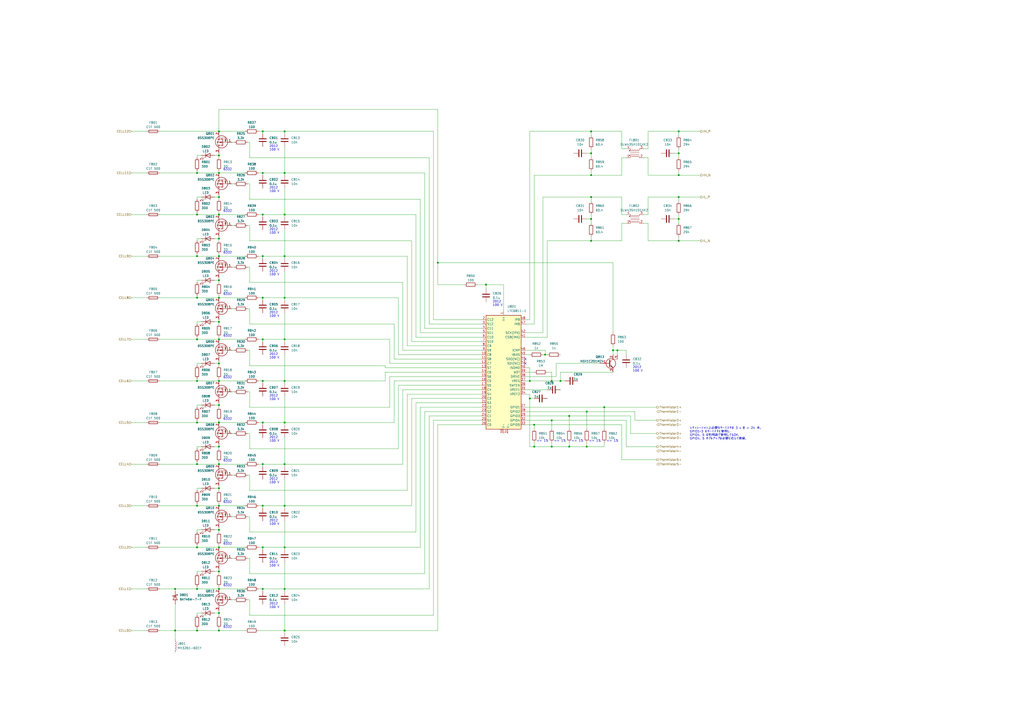
<source format=kicad_sch>
(kicad_sch (version 20230121) (generator eeschema)
  (paper "A2")
  (lib_symbols
    (symbol "Device:C" (pin_numbers hide) (pin_names (offset 0.254))
      (property "Reference" "C" (at 0.635 2.54 0))
      (property "Value" "C" (at 0.635 -2.54 0))
      (symbol "C_1_1"
        (pin passive line (at 0 3.81 270) (length 2.794) (name "~") (number "1"))
        (pin passive line (at 0 -3.81 90) (length 2.794) (name "~") (number "2"))
      )
    )
    (symbol "Device:Fuse" (pin_numbers hide) (pin_names (offset 0))
      (property "Reference" "F" (at 2.032 0 90))
      (property "Value" "Fuse" (at -1.905 0 90))
      (symbol "Fuse_1_1"
        (pin passive line (at 0 3.81 270) (length 1.27) (name "~") (number "1"))
        (pin passive line (at 0 -3.81 90) (length 1.27) (name "~") (number "2"))
      )
    )
    (symbol "Device:LED" (pin_numbers hide) (pin_names (offset 1.016) hide)
      (property "Reference" "D" (at 0 2.54 0))
      (property "Value" "LED" (at 0 -2.54 0))
      (symbol "LED_1_1"
        (pin passive line (at -3.81 0 0) (length 2.54) (name "K") (number "1"))
        (pin passive line (at 3.81 0 180) (length 2.54) (name "A") (number "2"))
      )
    )
    (symbol "Device:R" (pin_numbers hide) (pin_names (offset 0))
      (property "Reference" "R" (at 2.032 0 90))
      (property "Value" "R" (at 0 0 90))
      (symbol "R_1_1"
        (pin passive line (at 0 3.81 270) (length 1.27) (name "~") (number "1"))
        (pin passive line (at 0 -3.81 90) (length 1.27) (name "~") (number "2"))
      )
    )
    (symbol "ProjectEV:BatteryManagement_LTC6811-1"
      (property "Reference" "U" (at -10.16 34.29 0))
      (property "Value" "LTC6811-1" (at -16.51 -34.29 0))
      (symbol "BatteryManagement_LTC6811-1_1_1"
        (pin power_in line (at 0 35.56 270) (length 2.54) (name "V+") (number "1"))
        (pin input line (at -12.7 10.16 0) (length 2.54) (name "C8") (number "10"))
        (pin bidirectional line (at -12.7 7.62 0) (length 2.54) (name "S8") (number "11"))
        (pin input line (at -12.7 5.08 0) (length 2.54) (name "C7") (number "12"))
        (pin bidirectional line (at -12.7 2.54 0) (length 2.54) (name "S7") (number "13"))
        (pin input line (at -12.7 0 0) (length 2.54) (name "C6") (number "14"))
        (pin bidirectional line (at -12.7 -2.54 0) (length 2.54) (name "S6") (number "15"))
        (pin input line (at -12.7 -5.08 0) (length 2.54) (name "C5") (number "16"))
        (pin bidirectional line (at -12.7 -7.62 0) (length 2.54) (name "S5") (number "17"))
        (pin input line (at -12.7 -10.16 0) (length 2.54) (name "C4") (number "18"))
        (pin bidirectional line (at -12.7 -12.7 0) (length 2.54) (name "S4") (number "19"))
        (pin input line (at -12.7 30.48 0) (length 2.54) (name "C12") (number "2"))
        (pin input line (at -12.7 -15.24 0) (length 2.54) (name "C3") (number "20"))
        (pin bidirectional line (at -12.7 -17.78 0) (length 2.54) (name "S3") (number "21"))
        (pin input line (at -12.7 -20.32 0) (length 2.54) (name "C2") (number "22"))
        (pin bidirectional line (at -12.7 -22.86 0) (length 2.54) (name "S2") (number "23"))
        (pin input line (at -12.7 -25.4 0) (length 2.54) (name "C1") (number "24"))
        (pin bidirectional line (at -12.7 -27.94 0) (length 2.54) (name "S1") (number "25"))
        (pin input line (at -12.7 -30.48 0) (length 2.54) (name "C0") (number "26"))
        (pin bidirectional line (at 12.7 -20.32 180) (length 2.54) (name "GPIO1") (number "27"))
        (pin bidirectional line (at 12.7 -22.86 180) (length 2.54) (name "GPIO2") (number "28"))
        (pin bidirectional line (at 12.7 -25.4 180) (length 2.54) (name "GPIO3") (number "29"))
        (pin bidirectional line (at -12.7 27.94 0) (length 2.54) (name "S12") (number "3"))
        (pin passive line (at 0 -35.56 90) (length 2.54) (name "V-") (number "30"))
        (pin passive line (at 2.54 -35.56 90) (length 2.54) (name "V-") (number "31"))
        (pin bidirectional line (at 12.7 -27.94 180) (length 2.54) (name "GPIO4") (number "32"))
        (pin bidirectional line (at 12.7 -30.48 180) (length 2.54) (name "GPIO5") (number "33"))
        (pin output line (at 12.7 -12.7 180) (length 2.54) (name "VREF2") (number "34"))
        (pin output line (at 12.7 -10.16 180) (length 2.54) (name "VREF1") (number "35"))
        (pin input line (at 12.7 -7.62 180) (length 2.54) (name "SWTEN") (number "36"))
        (pin input line (at 12.7 -5.08 180) (length 2.54) (name "VREG") (number "37"))
        (pin output line (at 12.7 -2.54 180) (length 2.54) (name "DRIVE") (number "38"))
        (pin output line (at 12.7 0 180) (length 2.54) (name "WDT") (number "39"))
        (pin input line (at -12.7 25.4 0) (length 2.54) (name "C11") (number "4"))
        (pin input line (at 12.7 2.54 180) (length 2.54) (name "ISOMD") (number "40"))
        (pin bidirectional line (at 12.7 20.32 180) (length 2.54) (name "CSB(IMA)") (number "41"))
        (pin bidirectional line (at 12.7 22.86 180) (length 2.54) (name "SCK(IPA)") (number "42"))
        (pin input line (at 12.7 5.08 180) (length 2.54) (name "SDI(NC)") (number "43"))
        (pin open_collector line (at 12.7 7.62 180) (length 2.54) (name "SDO(NC)") (number "44"))
        (pin passive line (at 12.7 10.16 180) (length 2.54) (name "IBIAS") (number "45"))
        (pin passive line (at 12.7 12.7 180) (length 2.54) (name "ICMP") (number "46"))
        (pin bidirectional line (at 12.7 27.94 180) (length 2.54) (name "IMB") (number "47"))
        (pin bidirectional line (at 12.7 30.48 180) (length 2.54) (name "IPB") (number "48"))
        (pin bidirectional line (at -12.7 22.86 0) (length 2.54) (name "S11") (number "5"))
        (pin input line (at -12.7 20.32 0) (length 2.54) (name "C10") (number "6"))
        (pin bidirectional line (at -12.7 17.78 0) (length 2.54) (name "S10") (number "7"))
        (pin input line (at -12.7 15.24 0) (length 2.54) (name "C9") (number "8"))
        (pin bidirectional line (at -12.7 12.7 0) (length 2.54) (name "S9") (number "9"))
      )
    )
    (symbol "ProjectEV:CommonModeChoke_DLW43SH101" (pin_names (offset 0.254) hide)
      (property "Reference" "FL" (at 0 4.445 0))
      (property "Value" "DLW43SH101" (at 0 -4.445 0))
      (symbol "CommonModeChoke_DLW43SH101_1_1"
        (pin passive line (at -5.08 -2.54 0) (length 2.54) (name "1") (number "1"))
        (pin passive line (at 5.08 -2.54 180) (length 2.54) (name "2") (number "2"))
        (pin passive line (at 5.08 2.54 180) (length 2.54) (name "3") (number "3"))
        (pin passive line (at -5.08 2.54 0) (length 2.54) (name "4") (number "4"))
      )
    )
    (symbol "ProjectEV:D_BAT46W-7-F" (pin_numbers hide) (pin_names (offset 1.016) hide)
      (property "Reference" "D" (at 0 2.54 0))
      (property "Value" "BAT46W-7-F" (at 0 -2.54 0))
      (symbol "D_BAT46W-7-F_1_1"
        (pin passive line (at -3.81 0 0) (length 2.54) (name "K") (number "1"))
        (pin passive line (at 3.81 0 180) (length 2.54) (name "A") (number "2"))
      )
    )
    (symbol "ProjectEV:L_MH3261" (pin_numbers hide) (pin_names (offset 1.016) hide)
      (property "Reference" "L" (at -1.27 0 90))
      (property "Value" "MH3261" (at 1.905 0 90))
      (symbol "L_MH3261_1_1"
        (pin passive line (at 0 3.81 270) (length 1.27) (name "1") (number "1"))
        (pin passive line (at 0 -3.81 90) (length 1.27) (name "2") (number "2"))
      )
    )
    (symbol "ProjectEV:Transistor_BSS308PE" (pin_names (offset 0) hide)
      (property "Reference" "Q" (at 5.08 1.27 0))
      (property "Value" "BSS308PE" (at 5.08 -1.27 0))
      (symbol "Transistor_BSS308PE_1_1"
        (pin input line (at -5.08 0 0) (length 2.54) (name "G") (number "1"))
        (pin passive line (at 2.54 -6.35 90) (length 2.54) (name "S") (number "2"))
        (pin passive line (at 2.54 6.35 270) (length 2.54) (name "D") (number "3"))
      )
    )
    (symbol "ProjectEV:Transistor_NSV1C201MZ4" (pin_names (offset 0) hide)
      (property "Reference" "Q" (at 5.08 1.27 0))
      (property "Value" "NSV1C201MZ4" (at 5.08 -1.27 0))
      (symbol "Transistor_NSV1C201MZ4_1_1"
        (pin passive line (at -5.08 0 0) (length 5.715) (name "B") (number "1"))
        (pin passive line (at 2.54 5.08 270) (length 2.54) (name "C") (number "2"))
        (pin passive line (at 2.54 -5.08 90) (length 2.54) (name "E") (number "3"))
        (pin passive line (at 5.08 5.08 270) (length 2.54) (name "C") (number "4"))
      )
    )
  )
  (junction (at 393.7 127))
  (junction (at 127 341.63))
  (junction (at 320.04 243.84))
  (junction (at 152.4 172.72))
  (junction (at 342.9 76.2))
  (junction (at 127 259.08))
  (junction (at 307.34 231.14))
  (junction (at 127 245.11))
  (junction (at 127 293.37))
  (junction (at 127 100.33))
  (junction (at 127 317.5))
  (junction (at 152.4 317.5))
  (junction (at 114.3 196.85))
  (junction (at 330.2 259.08))
  (junction (at 316.23 205.74))
  (junction (at 152.4 245.11))
  (junction (at 165.1 196.85))
  (junction (at 165.1 172.72))
  (junction (at 127 365.76))
  (junction (at 127 355.6))
  (junction (at 127 186.69))
  (junction (at 127 196.85))
  (junction (at 114.3 317.5))
  (junction (at 342.9 139.7))
  (junction (at 127 307.34))
  (junction (at 393.7 139.7))
  (junction (at 309.88 246.38))
  (junction (at 127 269.24))
  (junction (at 393.7 101.6))
  (junction (at 127 90.17))
  (junction (at 152.4 124.46))
  (junction (at 165.1 100.33))
  (junction (at 307.34 220.98))
  (junction (at 152.4 341.63))
  (junction (at 342.9 101.6))
  (junction (at 152.4 100.33))
  (junction (at 320.04 220.98))
  (junction (at 309.88 259.08))
  (junction (at 114.3 245.11))
  (junction (at 127 148.59))
  (junction (at 152.4 269.24))
  (junction (at 355.6 203.2))
  (junction (at 393.7 114.3))
  (junction (at 127 124.46))
  (junction (at 393.7 88.9))
  (junction (at 330.2 241.3))
  (junction (at 254 152.4))
  (junction (at 101.6 341.63))
  (junction (at 281.94 165.1))
  (junction (at 325.12 220.98))
  (junction (at 165.1 124.46))
  (junction (at 350.52 236.22))
  (junction (at 101.6 365.76))
  (junction (at 127 76.2))
  (junction (at 342.9 127))
  (junction (at 165.1 365.76))
  (junction (at 320.04 259.08))
  (junction (at 165.1 220.98))
  (junction (at 114.3 293.37))
  (junction (at 114.3 269.24))
  (junction (at 165.1 76.2))
  (junction (at 127 220.98))
  (junction (at 152.4 196.85))
  (junction (at 127 234.95))
  (junction (at 114.3 124.46))
  (junction (at 152.4 220.98))
  (junction (at 127 138.43))
  (junction (at 342.9 88.9))
  (junction (at 165.1 269.24))
  (junction (at 165.1 148.59))
  (junction (at 127 283.21))
  (junction (at 114.3 365.76))
  (junction (at 165.1 317.5))
  (junction (at 152.4 76.2))
  (junction (at 152.4 148.59))
  (junction (at 114.3 220.98))
  (junction (at 114.3 148.59))
  (junction (at 165.1 245.11))
  (junction (at 127 162.56))
  (junction (at 127 172.72))
  (junction (at 127 331.47))
  (junction (at 358.14 203.2))
  (junction (at 393.7 76.2))
  (junction (at 152.4 293.37))
  (junction (at 114.3 100.33))
  (junction (at 342.9 114.3))
  (junction (at 127 210.82))
  (junction (at 127 114.3))
  (junction (at 340.36 259.08))
  (junction (at 114.3 341.63))
  (junction (at 165.1 341.63))
  (junction (at 114.3 172.72))
  (junction (at 340.36 238.76))
  (junction (at 165.1 293.37))
  (no_connect (at 304.8 210.82))
  (no_connect (at 304.8 208.28))
  (wire (pts (xy 114.3 293.37) (xy 127 293.37)))
  (wire (pts (xy 279.4 231.14) (xy 238.76 231.14)))
  (wire (pts (xy 350.52 236.22) (xy 381 236.22)))
  (wire (pts (xy 279.4 215.9) (xy 223.52 215.9)))
  (wire (pts (xy 92.71 148.59) (xy 114.3 148.59)))
  (wire (pts (xy 243.84 115.57) (xy 243.84 193.04)))
  (wire (pts (xy 127 148.59) (xy 127 147.32)))
  (wire (pts (xy 228.6 187.96) (xy 228.6 208.28)))
  (wire (pts (xy 114.3 283.21) (xy 114.3 284.48)))
  (wire (pts (xy 127 365.76) (xy 127 364.49)))
  (wire (pts (xy 127 162.56) (xy 127 163.83)))
  (wire (pts (xy 114.3 219.71) (xy 114.3 220.98)))
  (wire (pts (xy 92.71 269.24) (xy 114.3 269.24)))
  (wire (pts (xy 76.2 293.37) (xy 85.09 293.37)))
  (wire (pts (xy 152.4 196.85) (xy 152.4 198.12)))
  (wire (pts (xy 127 63.5) (xy 254 63.5)))
  (wire (pts (xy 330.2 259.08) (xy 340.36 259.08)))
  (wire (pts (xy 116.84 307.34) (xy 114.3 307.34)))
  (wire (pts (xy 360.68 129.54) (xy 363.22 129.54)))
  (wire (pts (xy 144.78 332.74) (xy 246.38 332.74)))
  (wire (pts (xy 114.3 195.58) (xy 114.3 196.85)))
  (wire (pts (xy 320.04 243.84) (xy 320.04 248.92)))
  (wire (pts (xy 152.4 293.37) (xy 152.4 294.64)))
  (wire (pts (xy 165.1 302.26) (xy 165.1 317.5)))
  (wire (pts (xy 279.4 236.22) (xy 243.84 236.22)))
  (wire (pts (xy 304.8 205.74) (xy 307.34 205.74)))
  (wire (pts (xy 322.58 210.82) (xy 347.98 210.82)))
  (wire (pts (xy 152.4 148.59) (xy 165.1 148.59)))
  (wire (pts (xy 124.46 90.17) (xy 127 90.17)))
  (wire (pts (xy 360.68 86.36) (xy 363.22 86.36)))
  (wire (pts (xy 360.68 101.6) (xy 360.68 91.44)))
  (wire (pts (xy 114.3 267.97) (xy 114.3 269.24)))
  (wire (pts (xy 241.3 308.61) (xy 241.3 233.68)))
  (wire (pts (xy 127 307.34) (xy 127 308.61)))
  (wire (pts (xy 124.46 186.69) (xy 127 186.69)))
  (wire (pts (xy 231.14 205.74) (xy 231.14 172.72)))
  (wire (pts (xy 279.4 210.82) (xy 226.06 210.82)))
  (wire (pts (xy 144.78 347.98) (xy 144.78 356.87)))
  (wire (pts (xy 355.6 203.2) (xy 358.14 203.2)))
  (wire (pts (xy 76.2 341.63) (xy 85.09 341.63)))
  (wire (pts (xy 304.8 243.84) (xy 320.04 243.84)))
  (wire (pts (xy 304.8 226.06) (xy 317.5 226.06)))
  (wire (pts (xy 144.78 323.85) (xy 144.78 332.74)))
  (wire (pts (xy 254 365.76) (xy 165.1 365.76)))
  (wire (pts (xy 355.6 193.04) (xy 355.6 152.4)))
  (wire (pts (xy 304.8 236.22) (xy 350.52 236.22)))
  (wire (pts (xy 144.78 187.96) (xy 228.6 187.96)))
  (wire (pts (xy 149.86 148.59) (xy 152.4 148.59)))
  (wire (pts (xy 165.1 157.48) (xy 165.1 172.72)))
  (wire (pts (xy 124.46 162.56) (xy 127 162.56)))
  (wire (pts (xy 251.46 243.84) (xy 279.4 243.84)))
  (wire (pts (xy 165.1 317.5) (xy 165.1 318.77)))
  (wire (pts (xy 165.1 196.85) (xy 165.1 198.12)))
  (wire (pts (xy 360.68 266.7) (xy 360.68 246.38)))
  (wire (pts (xy 165.1 269.24) (xy 165.1 270.51)))
  (wire (pts (xy 127 331.47) (xy 127 332.74)))
  (wire (pts (xy 152.4 293.37) (xy 165.1 293.37)))
  (wire (pts (xy 114.3 307.34) (xy 114.3 308.61)))
  (wire (pts (xy 144.78 115.57) (xy 243.84 115.57)))
  (wire (pts (xy 114.3 171.45) (xy 114.3 172.72)))
  (wire (pts (xy 152.4 148.59) (xy 152.4 149.86)))
  (wire (pts (xy 101.6 365.76) (xy 101.6 370.84)))
  (wire (pts (xy 144.78 308.61) (xy 241.3 308.61)))
  (wire (pts (xy 223.52 220.98) (xy 165.1 220.98)))
  (wire (pts (xy 243.84 317.5) (xy 165.1 317.5)))
  (wire (pts (xy 127 220.98) (xy 127 219.71)))
  (wire (pts (xy 368.3 243.84) (xy 381 243.84)))
  (wire (pts (xy 127 185.42) (xy 127 186.69)))
  (wire (pts (xy 76.2 220.98) (xy 85.09 220.98)))
  (wire (pts (xy 393.7 139.7) (xy 406.4 139.7)))
  (wire (pts (xy 360.68 114.3) (xy 360.68 124.46)))
  (wire (pts (xy 316.23 205.74) (xy 317.5 205.74)))
  (wire (pts (xy 116.84 355.6) (xy 114.3 355.6)))
  (wire (pts (xy 279.4 200.66) (xy 236.22 200.66)))
  (wire (pts (xy 149.86 100.33) (xy 152.4 100.33)))
  (wire (pts (xy 342.9 101.6) (xy 360.68 101.6)))
  (wire (pts (xy 228.6 220.98) (xy 228.6 245.11)))
  (wire (pts (xy 246.38 190.5) (xy 246.38 100.33)))
  (wire (pts (xy 124.46 138.43) (xy 127 138.43)))
  (wire (pts (xy 92.71 196.85) (xy 114.3 196.85)))
  (wire (pts (xy 360.68 91.44) (xy 363.22 91.44)))
  (wire (pts (xy 116.84 90.17) (xy 114.3 90.17)))
  (wire (pts (xy 309.88 259.08) (xy 320.04 259.08)))
  (wire (pts (xy 375.92 114.3) (xy 393.7 114.3)))
  (wire (pts (xy 152.4 220.98) (xy 152.4 222.25)))
  (wire (pts (xy 152.4 341.63) (xy 165.1 341.63)))
  (wire (pts (xy 307.34 231.14) (xy 307.34 228.6)))
  (wire (pts (xy 393.7 76.2) (xy 406.4 76.2)))
  (wire (pts (xy 76.2 172.72) (xy 85.09 172.72)))
  (wire (pts (xy 304.8 213.36) (xy 307.34 213.36)))
  (wire (pts (xy 92.71 100.33) (xy 114.3 100.33)))
  (wire (pts (xy 393.7 139.7) (xy 375.92 139.7)))
  (wire (pts (xy 165.1 109.22) (xy 165.1 124.46)))
  (wire (pts (xy 304.8 220.98) (xy 307.34 220.98)))
  (wire (pts (xy 165.1 133.35) (xy 165.1 148.59)))
  (wire (pts (xy 304.8 241.3) (xy 330.2 241.3)))
  (wire (pts (xy 76.2 100.33) (xy 85.09 100.33)))
  (wire (pts (xy 116.84 259.08) (xy 114.3 259.08)))
  (wire (pts (xy 143.51 179.07) (xy 144.78 179.07)))
  (wire (pts (xy 144.78 163.83) (xy 233.68 163.83)))
  (wire (pts (xy 152.4 245.11) (xy 152.4 246.38)))
  (wire (pts (xy 292.1 165.1) (xy 292.1 180.34)))
  (wire (pts (xy 393.7 114.3) (xy 393.7 116.84)))
  (wire (pts (xy 134.62 275.59) (xy 135.89 275.59)))
  (wire (pts (xy 144.78 299.72) (xy 144.78 308.61)))
  (wire (pts (xy 127 172.72) (xy 127 171.45)))
  (wire (pts (xy 127 76.2) (xy 127 63.5)))
  (wire (pts (xy 149.86 269.24) (xy 152.4 269.24)))
  (wire (pts (xy 143.51 275.59) (xy 144.78 275.59)))
  (wire (pts (xy 248.92 241.3) (xy 248.92 341.63)))
  (wire (pts (xy 393.7 88.9) (xy 393.7 91.44)))
  (wire (pts (xy 127 124.46) (xy 142.24 124.46)))
  (wire (pts (xy 381 259.08) (xy 363.22 259.08)))
  (wire (pts (xy 254 152.4) (xy 254 165.1)))
  (wire (pts (xy 114.3 259.08) (xy 114.3 260.35)))
  (wire (pts (xy 342.9 114.3) (xy 342.9 116.84)))
  (wire (pts (xy 355.6 152.4) (xy 254 152.4)))
  (wire (pts (xy 231.14 260.35) (xy 231.14 223.52)))
  (wire (pts (xy 127 161.29) (xy 127 162.56)))
  (wire (pts (xy 127 196.85) (xy 142.24 196.85)))
  (wire (pts (xy 365.76 251.46) (xy 365.76 241.3)))
  (wire (pts (xy 127 114.3) (xy 127 115.57)))
  (wire (pts (xy 143.51 323.85) (xy 144.78 323.85)))
  (wire (pts (xy 375.92 101.6) (xy 375.92 91.44)))
  (wire (pts (xy 144.78 212.09) (xy 223.52 212.09)))
  (wire (pts (xy 144.78 139.7) (xy 238.76 139.7)))
  (wire (pts (xy 279.4 190.5) (xy 246.38 190.5)))
  (wire (pts (xy 124.46 307.34) (xy 127 307.34)))
  (wire (pts (xy 342.9 76.2) (xy 342.9 78.74)))
  (wire (pts (xy 127 257.81) (xy 127 259.08)))
  (wire (pts (xy 92.71 124.46) (xy 114.3 124.46)))
  (wire (pts (xy 231.14 172.72) (xy 165.1 172.72)))
  (wire (pts (xy 92.71 365.76) (xy 101.6 365.76)))
  (wire (pts (xy 165.1 181.61) (xy 165.1 196.85)))
  (wire (pts (xy 304.8 238.76) (xy 340.36 238.76)))
  (wire (pts (xy 304.8 246.38) (xy 309.88 246.38)))
  (wire (pts (xy 152.4 124.46) (xy 152.4 125.73)))
  (wire (pts (xy 134.62 203.2) (xy 135.89 203.2)))
  (wire (pts (xy 340.36 238.76) (xy 340.36 248.92)))
  (wire (pts (xy 322.58 210.82) (xy 322.58 218.44)))
  (wire (pts (xy 76.2 245.11) (xy 85.09 245.11)))
  (wire (pts (xy 375.92 76.2) (xy 393.7 76.2)))
  (wire (pts (xy 127 138.43) (xy 127 139.7)))
  (wire (pts (xy 317.5 215.9) (xy 320.04 215.9)))
  (wire (pts (xy 92.71 245.11) (xy 114.3 245.11)))
  (wire (pts (xy 149.86 76.2) (xy 152.4 76.2)))
  (wire (pts (xy 165.1 245.11) (xy 228.6 245.11)))
  (wire (pts (xy 134.62 323.85) (xy 135.89 323.85)))
  (wire (pts (xy 307.34 213.36) (xy 307.34 220.98)))
  (wire (pts (xy 238.76 198.12) (xy 279.4 198.12)))
  (wire (pts (xy 114.3 100.33) (xy 127 100.33)))
  (wire (pts (xy 165.1 85.09) (xy 165.1 100.33)))
  (wire (pts (xy 114.3 365.76) (xy 127 365.76)))
  (wire (pts (xy 144.78 356.87) (xy 251.46 356.87)))
  (wire (pts (xy 127 269.24) (xy 142.24 269.24)))
  (wire (pts (xy 114.3 355.6) (xy 114.3 356.87)))
  (wire (pts (xy 342.9 76.2) (xy 360.68 76.2)))
  (wire (pts (xy 144.78 82.55) (xy 144.78 91.44)))
  (wire (pts (xy 127 209.55) (xy 127 210.82)))
  (wire (pts (xy 127 148.59) (xy 142.24 148.59)))
  (wire (pts (xy 144.78 106.68) (xy 144.78 115.57)))
  (wire (pts (xy 342.9 139.7) (xy 317.5 139.7)))
  (wire (pts (xy 152.4 100.33) (xy 165.1 100.33)))
  (wire (pts (xy 340.36 259.08) (xy 350.52 259.08)))
  (wire (pts (xy 226.06 196.85) (xy 165.1 196.85)))
  (wire (pts (xy 134.62 82.55) (xy 135.89 82.55)))
  (wire (pts (xy 279.4 185.42) (xy 251.46 185.42)))
  (wire (pts (xy 236.22 148.59) (xy 165.1 148.59)))
  (wire (pts (xy 165.1 365.76) (xy 165.1 367.03)))
  (wire (pts (xy 375.92 129.54) (xy 373.38 129.54)))
  (wire (pts (xy 381 251.46) (xy 365.76 251.46)))
  (wire (pts (xy 223.52 213.36) (xy 279.4 213.36)))
  (wire (pts (xy 149.86 341.63) (xy 152.4 341.63)))
  (wire (pts (xy 233.68 269.24) (xy 165.1 269.24)))
  (wire (pts (xy 127 341.63) (xy 142.24 341.63)))
  (wire (pts (xy 241.3 233.68) (xy 279.4 233.68)))
  (wire (pts (xy 307.34 220.98) (xy 320.04 220.98)))
  (wire (pts (xy 307.34 231.14) (xy 307.34 259.08)))
  (wire (pts (xy 116.84 186.69) (xy 114.3 186.69)))
  (wire (pts (xy 320.04 220.98) (xy 325.12 220.98)))
  (wire (pts (xy 114.3 341.63) (xy 127 341.63)))
  (wire (pts (xy 350.52 236.22) (xy 350.52 248.92)))
  (wire (pts (xy 152.4 172.72) (xy 165.1 172.72)))
  (wire (pts (xy 144.78 203.2) (xy 144.78 212.09)))
  (wire (pts (xy 127 317.5) (xy 142.24 317.5)))
  (wire (pts (xy 165.1 278.13) (xy 165.1 293.37)))
  (wire (pts (xy 149.86 293.37) (xy 152.4 293.37)))
  (wire (pts (xy 114.3 317.5) (xy 127 317.5)))
  (wire (pts (xy 233.68 203.2) (xy 279.4 203.2)))
  (wire (pts (xy 92.71 317.5) (xy 114.3 317.5)))
  (wire (pts (xy 144.78 130.81) (xy 144.78 139.7)))
  (wire (pts (xy 355.6 200.66) (xy 355.6 203.2)))
  (wire (pts (xy 317.5 139.7) (xy 317.5 195.58)))
  (wire (pts (xy 127 196.85) (xy 127 195.58)))
  (wire (pts (xy 248.92 341.63) (xy 165.1 341.63)))
  (wire (pts (xy 127 341.63) (xy 127 340.36)))
  (wire (pts (xy 393.7 124.46) (xy 393.7 127)))
  (wire (pts (xy 134.62 227.33) (xy 135.89 227.33)))
  (wire (pts (xy 314.96 193.04) (xy 314.96 114.3)))
  (wire (pts (xy 124.46 283.21) (xy 127 283.21)))
  (wire (pts (xy 127 76.2) (xy 142.24 76.2)))
  (wire (pts (xy 152.4 124.46) (xy 165.1 124.46)))
  (wire (pts (xy 114.3 162.56) (xy 114.3 163.83)))
  (wire (pts (xy 342.9 124.46) (xy 342.9 127)))
  (wire (pts (xy 375.92 124.46) (xy 375.92 114.3)))
  (wire (pts (xy 127 355.6) (xy 127 356.87)))
  (wire (pts (xy 330.2 256.54) (xy 330.2 259.08)))
  (wire (pts (xy 76.2 76.2) (xy 85.09 76.2)))
  (wire (pts (xy 76.2 148.59) (xy 85.09 148.59)))
  (wire (pts (xy 360.68 124.46) (xy 363.22 124.46)))
  (wire (pts (xy 127 90.17) (xy 127 91.44)))
  (wire (pts (xy 233.68 163.83) (xy 233.68 203.2)))
  (wire (pts (xy 375.92 139.7) (xy 375.92 129.54)))
  (wire (pts (xy 143.51 299.72) (xy 144.78 299.72)))
  (wire (pts (xy 152.4 196.85) (xy 165.1 196.85)))
  (wire (pts (xy 92.71 341.63) (xy 101.6 341.63)))
  (wire (pts (xy 152.4 76.2) (xy 165.1 76.2)))
  (wire (pts (xy 124.46 210.82) (xy 127 210.82)))
  (wire (pts (xy 236.22 200.66) (xy 236.22 148.59)))
  (wire (pts (xy 365.76 241.3) (xy 330.2 241.3)))
  (wire (pts (xy 309.88 246.38) (xy 309.88 248.92)))
  (wire (pts (xy 127 269.24) (xy 127 267.97)))
  (wire (pts (xy 355.6 215.9) (xy 325.12 215.9)))
  (wire (pts (xy 114.3 316.23) (xy 114.3 317.5)))
  (wire (pts (xy 127 293.37) (xy 127 292.1)))
  (wire (pts (xy 134.62 179.07) (xy 135.89 179.07)))
  (wire (pts (xy 114.3 292.1) (xy 114.3 293.37)))
  (wire (pts (xy 391.16 127) (xy 393.7 127)))
  (wire (pts (xy 307.34 228.6) (xy 304.8 228.6)))
  (wire (pts (xy 149.86 172.72) (xy 152.4 172.72)))
  (wire (pts (xy 127 186.69) (xy 127 187.96)))
  (wire (pts (xy 279.4 241.3) (xy 248.92 241.3)))
  (wire (pts (xy 393.7 137.16) (xy 393.7 139.7)))
  (wire (pts (xy 226.06 218.44) (xy 279.4 218.44)))
  (wire (pts (xy 116.84 283.21) (xy 114.3 283.21)))
  (wire (pts (xy 134.62 347.98) (xy 135.89 347.98)))
  (wire (pts (xy 226.06 210.82) (xy 226.06 196.85)))
  (wire (pts (xy 320.04 215.9) (xy 320.04 220.98)))
  (wire (pts (xy 114.3 245.11) (xy 127 245.11)))
  (wire (pts (xy 144.78 179.07) (xy 144.78 187.96)))
  (wire (pts (xy 322.58 218.44) (xy 304.8 218.44)))
  (wire (pts (xy 279.4 220.98) (xy 228.6 220.98)))
  (wire (pts (xy 101.6 350.52) (xy 101.6 365.76)))
  (wire (pts (xy 134.62 154.94) (xy 135.89 154.94)))
  (wire (pts (xy 127 306.07) (xy 127 307.34)))
  (wire (pts (xy 92.71 293.37) (xy 114.3 293.37)))
  (wire (pts (xy 340.36 256.54) (xy 340.36 259.08)))
  (wire (pts (xy 76.2 365.76) (xy 85.09 365.76)))
  (wire (pts (xy 114.3 124.46) (xy 127 124.46)))
  (wire (pts (xy 238.76 293.37) (xy 165.1 293.37)))
  (wire (pts (xy 165.1 293.37) (xy 165.1 294.64)))
  (wire (pts (xy 143.51 130.81) (xy 144.78 130.81)))
  (wire (pts (xy 223.52 215.9) (xy 223.52 220.98)))
  (wire (pts (xy 340.36 88.9) (xy 342.9 88.9)))
  (wire (pts (xy 114.3 210.82) (xy 114.3 212.09)))
  (wire (pts (xy 144.78 251.46) (xy 144.78 260.35)))
  (wire (pts (xy 127 354.33) (xy 127 355.6)))
  (wire (pts (xy 152.4 317.5) (xy 152.4 318.77)))
  (wire (pts (xy 393.7 101.6) (xy 406.4 101.6)))
  (wire (pts (xy 251.46 76.2) (xy 165.1 76.2)))
  (wire (pts (xy 373.38 86.36) (xy 375.92 86.36)))
  (wire (pts (xy 279.4 226.06) (xy 233.68 226.06)))
  (wire (pts (xy 236.22 228.6) (xy 279.4 228.6)))
  (wire (pts (xy 127 259.08) (xy 127 260.35)))
  (wire (pts (xy 279.4 246.38) (xy 254 246.38)))
  (wire (pts (xy 165.1 148.59) (xy 165.1 149.86)))
  (wire (pts (xy 304.8 193.04) (xy 314.96 193.04)))
  (wire (pts (xy 144.78 260.35) (xy 231.14 260.35)))
  (wire (pts (xy 143.51 106.68) (xy 144.78 106.68)))
  (wire (pts (xy 231.14 223.52) (xy 279.4 223.52)))
  (wire (pts (xy 114.3 138.43) (xy 114.3 139.7)))
  (wire (pts (xy 116.84 234.95) (xy 114.3 234.95)))
  (wire (pts (xy 342.9 139.7) (xy 360.68 139.7)))
  (wire (pts (xy 143.51 203.2) (xy 144.78 203.2)))
  (wire (pts (xy 309.88 101.6) (xy 342.9 101.6)))
  (wire (pts (xy 304.8 215.9) (xy 309.88 215.9)))
  (wire (pts (xy 114.3 147.32) (xy 114.3 148.59)))
  (wire (pts (xy 241.3 195.58) (xy 241.3 124.46)))
  (wire (pts (xy 393.7 101.6) (xy 375.92 101.6)))
  (wire (pts (xy 152.4 245.11) (xy 165.1 245.11)))
  (wire (pts (xy 92.71 76.2) (xy 127 76.2)))
  (wire (pts (xy 246.38 332.74) (xy 246.38 238.76)))
  (wire (pts (xy 307.34 185.42) (xy 307.34 76.2)))
  (wire (pts (xy 368.3 238.76) (xy 368.3 243.84)))
  (wire (pts (xy 127 281.94) (xy 127 283.21)))
  (wire (pts (xy 127 330.2) (xy 127 331.47)))
  (wire (pts (xy 144.78 284.48) (xy 236.22 284.48)))
  (wire (pts (xy 393.7 76.2) (xy 393.7 78.74)))
  (wire (pts (xy 325.12 215.9) (xy 325.12 220.98)))
  (wire (pts (xy 92.71 172.72) (xy 114.3 172.72)))
  (wire (pts (xy 165.1 100.33) (xy 165.1 101.6)))
  (wire (pts (xy 281.94 165.1) (xy 281.94 167.64)))
  (wire (pts (xy 124.46 355.6) (xy 127 355.6)))
  (wire (pts (xy 149.86 196.85) (xy 152.4 196.85)))
  (wire (pts (xy 342.9 99.06) (xy 342.9 101.6)))
  (wire (pts (xy 375.92 86.36) (xy 375.92 76.2)))
  (wire (pts (xy 165.1 172.72) (xy 165.1 173.99)))
  (wire (pts (xy 152.4 269.24) (xy 165.1 269.24)))
  (wire (pts (xy 114.3 269.24) (xy 127 269.24)))
  (wire (pts (xy 165.1 229.87) (xy 165.1 245.11)))
  (wire (pts (xy 127 245.11) (xy 142.24 245.11)))
  (wire (pts (xy 307.34 76.2) (xy 342.9 76.2)))
  (wire (pts (xy 116.84 114.3) (xy 114.3 114.3)))
  (wire (pts (xy 127 293.37) (xy 142.24 293.37)))
  (wire (pts (xy 304.8 187.96) (xy 309.88 187.96)))
  (wire (pts (xy 281.94 165.1) (xy 292.1 165.1)))
  (wire (pts (xy 114.3 123.19) (xy 114.3 124.46)))
  (wire (pts (xy 340.36 127) (xy 342.9 127)))
  (wire (pts (xy 251.46 356.87) (xy 251.46 243.84)))
  (wire (pts (xy 165.1 76.2) (xy 165.1 77.47)))
  (wire (pts (xy 320.04 259.08) (xy 330.2 259.08)))
  (wire (pts (xy 127 137.16) (xy 127 138.43)))
  (wire (pts (xy 127 100.33) (xy 142.24 100.33)))
  (wire (pts (xy 144.78 91.44) (xy 248.92 91.44)))
  (wire (pts (xy 144.78 154.94) (xy 144.78 163.83)))
  (wire (pts (xy 114.3 148.59) (xy 127 148.59)))
  (wire (pts (xy 127 124.46) (xy 127 123.19)))
  (wire (pts (xy 143.51 82.55) (xy 144.78 82.55)))
  (wire (pts (xy 143.51 227.33) (xy 144.78 227.33)))
  (wire (pts (xy 375.92 91.44) (xy 373.38 91.44)))
  (wire (pts (xy 165.1 205.74) (xy 165.1 220.98)))
  (wire (pts (xy 143.51 347.98) (xy 144.78 347.98)))
  (wire (pts (xy 114.3 220.98) (xy 127 220.98)))
  (wire (pts (xy 360.68 139.7) (xy 360.68 129.54)))
  (wire (pts (xy 149.86 245.11) (xy 152.4 245.11)))
  (wire (pts (xy 143.51 154.94) (xy 144.78 154.94)))
  (wire (pts (xy 116.84 210.82) (xy 114.3 210.82)))
  (wire (pts (xy 246.38 100.33) (xy 165.1 100.33)))
  (wire (pts (xy 114.3 90.17) (xy 114.3 91.44)))
  (wire (pts (xy 238.76 231.14) (xy 238.76 293.37)))
  (wire (pts (xy 233.68 226.06) (xy 233.68 269.24)))
  (wire (pts (xy 342.9 127) (xy 342.9 129.54)))
  (wire (pts (xy 76.2 124.46) (xy 85.09 124.46)))
  (wire (pts (xy 304.8 203.2) (xy 316.23 203.2)))
  (wire (pts (xy 134.62 251.46) (xy 135.89 251.46)))
  (wire (pts (xy 241.3 124.46) (xy 165.1 124.46)))
  (wire (pts (xy 279.4 195.58) (xy 241.3 195.58)))
  (wire (pts (xy 363.22 243.84) (xy 320.04 243.84)))
  (wire (pts (xy 124.46 234.95) (xy 127 234.95)))
  (wire (pts (xy 114.3 196.85) (xy 127 196.85)))
  (wire (pts (xy 127 172.72) (xy 142.24 172.72)))
  (wire (pts (xy 325.12 220.98) (xy 327.66 220.98)))
  (wire (pts (xy 127 365.76) (xy 142.24 365.76)))
  (wire (pts (xy 320.04 256.54) (xy 320.04 259.08)))
  (wire (pts (xy 254 165.1) (xy 269.24 165.1)))
  (wire (pts (xy 149.86 365.76) (xy 165.1 365.76)))
  (wire (pts (xy 381 266.7) (xy 360.68 266.7)))
  (wire (pts (xy 236.22 284.48) (xy 236.22 228.6)))
  (wire (pts (xy 152.4 341.63) (xy 152.4 342.9)))
  (wire (pts (xy 152.4 269.24) (xy 152.4 270.51)))
  (wire (pts (xy 134.62 299.72) (xy 135.89 299.72)))
  (wire (pts (xy 127 210.82) (xy 127 212.09)))
  (wire (pts (xy 246.38 238.76) (xy 279.4 238.76)))
  (wire (pts (xy 134.62 130.81) (xy 135.89 130.81)))
  (wire (pts (xy 165.1 220.98) (xy 165.1 222.25)))
  (wire (pts (xy 101.6 341.63) (xy 114.3 341.63)))
  (wire (pts (xy 127 100.33) (xy 127 99.06)))
  (wire (pts (xy 373.38 124.46) (xy 375.92 124.46)))
  (wire (pts (xy 116.84 138.43) (xy 114.3 138.43)))
  (wire (pts (xy 101.6 342.9) (xy 101.6 341.63)))
  (wire (pts (xy 101.6 365.76) (xy 114.3 365.76)))
  (wire (pts (xy 248.92 187.96) (xy 279.4 187.96)))
  (wire (pts (xy 309.88 259.08) (xy 307.34 259.08)))
  (wire (pts (xy 254 246.38) (xy 254 365.76)))
  (wire (pts (xy 76.2 196.85) (xy 85.09 196.85)))
  (wire (pts (xy 149.86 220.98) (xy 152.4 220.98)))
  (wire (pts (xy 116.84 162.56) (xy 114.3 162.56)))
  (wire (pts (xy 114.3 99.06) (xy 114.3 100.33)))
  (wire (pts (xy 127 317.5) (xy 127 316.23)))
  (wire (pts (xy 393.7 114.3) (xy 406.4 114.3)))
  (wire (pts (xy 360.68 246.38) (xy 309.88 246.38)))
  (wire (pts (xy 144.78 236.22) (xy 226.06 236.22)))
  (wire (pts (xy 393.7 127) (xy 393.7 129.54)))
  (wire (pts (xy 304.8 195.58) (xy 317.5 195.58)))
  (wire (pts (xy 358.14 203.2) (xy 363.22 203.2)))
  (wire (pts (xy 226.06 236.22) (xy 226.06 218.44)))
  (wire (pts (xy 350.52 259.08) (xy 350.52 256.54)))
  (wire (pts (xy 355.6 203.2) (xy 355.6 205.74)))
  (wire (pts (xy 144.78 275.59) (xy 144.78 284.48)))
  (wire (pts (xy 143.51 251.46) (xy 144.78 251.46)))
  (wire (pts (xy 248.92 91.44) (xy 248.92 187.96)))
  (wire (pts (xy 165.1 245.11) (xy 165.1 246.38)))
  (wire (pts (xy 251.46 185.42) (xy 251.46 76.2)))
  (wire (pts (xy 114.3 364.49) (xy 114.3 365.76)))
  (wire (pts (xy 165.1 124.46) (xy 165.1 125.73)))
  (wire (pts (xy 152.4 100.33) (xy 152.4 101.6)))
  (wire (pts (xy 165.1 254) (xy 165.1 269.24)))
  (wire (pts (xy 134.62 106.68) (xy 135.89 106.68)))
  (wire (pts (xy 152.4 76.2) (xy 152.4 77.47)))
  (wire (pts (xy 127 234.95) (xy 127 236.22)))
  (wire (pts (xy 152.4 172.72) (xy 152.4 173.99)))
  (wire (pts (xy 276.86 165.1) (xy 281.94 165.1)))
  (wire (pts (xy 360.68 76.2) (xy 360.68 86.36)))
  (wire (pts (xy 127 113.03) (xy 127 114.3)))
  (wire (pts (xy 127 283.21) (xy 127 284.48)))
  (wire (pts (xy 76.2 317.5) (xy 85.09 317.5)))
  (wire (pts (xy 243.84 236.22) (xy 243.84 317.5)))
  (wire (pts (xy 124.46 331.47) (xy 127 331.47)))
  (wire (pts (xy 243.84 193.04) (xy 279.4 193.04)))
  (wire (pts (xy 342.9 88.9) (xy 342.9 91.44)))
  (wire (pts (xy 342.9 86.36) (xy 342.9 88.9)))
  (wire (pts (xy 165.1 365.76) (xy 165.1 350.52)))
  (wire (pts (xy 363.22 205.74) (xy 363.22 203.2)))
  (wire (pts (xy 76.2 269.24) (xy 85.09 269.24)))
  (wire (pts (xy 165.1 326.39) (xy 165.1 341.63)))
  (wire (pts (xy 309.88 256.54) (xy 309.88 259.08)))
  (wire (pts (xy 127 245.11) (xy 127 243.84)))
  (wire (pts (xy 309.88 187.96) (xy 309.88 101.6)))
  (wire (pts (xy 363.22 259.08) (xy 363.22 243.84)))
  (wire (pts (xy 114.3 340.36) (xy 114.3 341.63)))
  (wire (pts (xy 238.76 139.7) (xy 238.76 198.12)))
  (wire (pts (xy 149.86 124.46) (xy 152.4 124.46)))
  (wire (pts (xy 114.3 234.95) (xy 114.3 236.22)))
  (wire (pts (xy 152.4 317.5) (xy 165.1 317.5)))
  (wire (pts (xy 279.4 205.74) (xy 231.14 205.74)))
  (wire (pts (xy 342.9 137.16) (xy 342.9 139.7)))
  (wire (pts (xy 114.3 114.3) (xy 114.3 115.57)))
  (wire (pts (xy 114.3 186.69) (xy 114.3 187.96)))
  (wire (pts (xy 314.96 114.3) (xy 342.9 114.3)))
  (wire (pts (xy 127 220.98) (xy 142.24 220.98)))
  (wire (pts (xy 254 63.5) (xy 254 152.4)))
  (wire (pts (xy 223.52 212.09) (xy 223.52 213.36)))
  (wire (pts (xy 393.7 86.36) (xy 393.7 88.9)))
  (wire (pts (xy 114.3 331.47) (xy 114.3 332.74)))
  (wire (pts (xy 124.46 114.3) (xy 127 114.3)))
  (wire (pts (xy 92.71 220.98) (xy 114.3 220.98)))
  (wire (pts (xy 342.9 114.3) (xy 360.68 114.3)))
  (wire (pts (xy 304.8 185.42) (xy 307.34 185.42)))
  (wire (pts (xy 358.14 203.2) (xy 358.14 205.74)))
  (wire (pts (xy 340.36 238.76) (xy 368.3 238.76)))
  (wire (pts (xy 314.96 205.74) (xy 316.23 205.74)))
  (wire (pts (xy 152.4 220.98) (xy 165.1 220.98)))
  (wire (pts (xy 114.3 172.72) (xy 127 172.72)))
  (wire (pts (xy 149.86 317.5) (xy 152.4 317.5)))
  (wire (pts (xy 127 233.68) (xy 127 234.95)))
  (wire (pts (xy 114.3 243.84) (xy 114.3 245.11)))
  (wire (pts (xy 144.78 227.33) (xy 144.78 236.22)))
  (wire (pts (xy 307.34 231.14) (xy 309.88 231.14)))
  (wire (pts (xy 228.6 208.28) (xy 279.4 208.28)))
  (wire (pts (xy 316.23 203.2) (xy 316.23 205.74)))
  (wire (pts (xy 391.16 88.9) (xy 393.7 88.9)))
  (wire (pts (xy 165.1 341.63) (xy 165.1 342.9)))
  (wire (pts (xy 393.7 99.06) (xy 393.7 101.6)))
  (wire (pts (xy 116.84 331.47) (xy 114.3 331.47)))
  (wire (pts (xy 330.2 241.3) (xy 330.2 248.92)))
  (wire (pts (xy 124.46 259.08) (xy 127 259.08)))
  (wire (pts (xy 127 88.9) (xy 127 90.17)))
  (text "6332" (at 129.54 147.32 0) (effects (font (size 1.27 1.27)) (justify left bottom)))
  (text "2012\n100 V" (at 156.21 232.41 0) (effects (font (size 1.27 1.27)) (justify left bottom)))
  (text "2012\n100 V" (at 367.03 215.9 0) (effects (font (size 1.27 1.27)) (justify left bottom)))
  (text "2012\n100 V" (at 156.21 208.28 0) (effects (font (size 1.27 1.27)) (justify left bottom)))
  (text "2012\n100 V" (at 156.21 353.06 0) (effects (font (size 1.27 1.27)) (justify left bottom)))
  (text "2012\n100 V" (at 156.21 280.67 0) (effects (font (size 1.27 1.27)) (justify left bottom)))
  (text "6332" (at 129.54 292.1 0) (effects (font (size 1.27 1.27)) (justify left bottom)))
  (text "6332" (at 129.54 123.19 0) (effects (font (size 1.27 1.27)) (justify left bottom)))
  (text "6332" (at 129.54 340.36 0) (effects (font (size 1.27 1.27)) (justify left bottom)))
  (text "2012\n100 V" (at 156.21 256.54 0) (effects (font (size 1.27 1.27)) (justify left bottom)))
  (text "2012\n100 V" (at 156.21 135.89 0) (effects (font (size 1.27 1.27)) (justify left bottom)))
  (text "6332" (at 129.54 243.84 0) (effects (font (size 1.27 1.27)) (justify left bottom)))
  (text "2012\n100 V" (at 156.21 87.63 0) (effects (font (size 1.27 1.27)) (justify left bottom)))
  (text "6332" (at 129.54 316.23 0) (effects (font (size 1.27 1.27)) (justify left bottom)))
  (text "2012\n100 V" (at 156.21 184.15 0) (effects (font (size 1.27 1.27)) (justify left bottom)))
  (text "6332" (at 129.54 171.45 0) (effects (font (size 1.27 1.27)) (justify left bottom)))
  (text "2012\n100 V" (at 156.21 111.76 0) (effects (font (size 1.27 1.27)) (justify left bottom)))
  (text "レギュレーション上必要なサーミスタは 3 x 8 = 24 本.\nGPIO1~3 をサーミスタに使用し、\nGPIO4, 5 は別用途で使用してもOK.\nGPIO4, 5 のプルアップは必要に応じて実装." (at 400.05 255.27 0) (effects (font (size 1.27 1.27)) (justify left bottom)))
  (text "2012\n100 V" (at 156.21 304.8 0) (effects (font (size 1.27 1.27)) (justify left bottom)))
  (text "6332" (at 129.54 364.49 0) (effects (font (size 1.27 1.27)) (justify left bottom)))
  (text "<= 1%" (at 331.47 256.54 0) (effects (font (size 1.27 1.27)) (justify left bottom)))
  (text "2012\n100 V" (at 156.21 328.93 0) (effects (font (size 1.27 1.27)) (justify left bottom)))
  (text "6332" (at 129.54 267.97 0) (effects (font (size 1.27 1.27)) (justify left bottom)))
  (text "<= 1%" (at 321.31 256.54 0) (effects (font (size 1.27 1.27)) (justify left bottom)))
  (text "2012\n100 V" (at 285.75 177.8 0) (effects (font (size 1.27 1.27)) (justify left bottom)))
  (text "2012\n100 V" (at 156.21 160.02 0) (effects (font (size 1.27 1.27)) (justify left bottom)))
  (text "6332" (at 129.54 99.06 0) (effects (font (size 1.27 1.27)) (justify left bottom)))
  (text "<= 1%" (at 341.63 256.54 0) (effects (font (size 1.27 1.27)) (justify left bottom)))
  (text "<= 1%" (at 351.79 256.54 0) (effects (font (size 1.27 1.27)) (justify left bottom)))
  (text "<= 1%" (at 311.15 256.54 0) (effects (font (size 1.27 1.27)) (justify left bottom)))
  (text "6332" (at 129.54 195.58 0) (effects (font (size 1.27 1.27)) (justify left bottom)))
  (text "6332" (at 129.54 219.71 0) (effects (font (size 1.27 1.27)) (justify left bottom)))
  (hierarchical_label "CELL3" (shape input) (at 76.2 293.37 180))
  (hierarchical_label "CELL12" (shape input) (at 76.2 76.2 180))
  (hierarchical_label "Thermistor3-" (shape input) (at 381 254 0))
  (hierarchical_label "CELL11" (shape input) (at 76.2 100.33 180))
  (hierarchical_label "Thermistor5-" (shape input) (at 381 269.24 0))
  (hierarchical_label "CELL9" (shape input) (at 76.2 148.59 180))
  (hierarchical_label "IL_N" (shape output) (at 406.4 139.7 0))
  (hierarchical_label "CELL0" (shape input) (at 76.2 365.76 180))
  (hierarchical_label "Thermistor1-" (shape input) (at 381 238.76 0))
  (hierarchical_label "CELL5" (shape input) (at 76.2 245.11 180))
  (hierarchical_label "IL_P" (shape output) (at 406.4 114.3 0))
  (hierarchical_label "CELL10" (shape input) (at 76.2 124.46 180))
  (hierarchical_label "CELL1" (shape input) (at 76.2 341.63 180))
  (hierarchical_label "Thermistor4+" (shape output) (at 381 259.08 0))
  (hierarchical_label "CELL4" (shape input) (at 76.2 269.24 180))
  (hierarchical_label "CELL6" (shape input) (at 76.2 220.98 180))
  (hierarchical_label "CELL2" (shape input) (at 76.2 317.5 180))
  (hierarchical_label "IH_N" (shape output) (at 406.4 101.6 0))
  (hierarchical_label "Thermistor2-" (shape input) (at 381 246.38 0))
  (hierarchical_label "Thermistor3+" (shape output) (at 381 251.46 0))
  (hierarchical_label "Thermistor4-" (shape input) (at 381 261.62 0))
  (hierarchical_label "CELL7" (shape input) (at 76.2 196.85 180))
  (hierarchical_label "Thermistor1+" (shape output) (at 381 236.22 0))
  (hierarchical_label "Thermistor5+" (shape output) (at 381 266.7 0))
  (hierarchical_label "Thermistor2+" (shape output) (at 381 243.84 0))
  (hierarchical_label "IH_P" (shape output) (at 406.4 76.2 0))
  (hierarchical_label "CELL8" (shape input) (at 76.2 172.72 180))
  (symbol (lib_id "ProjectEV:D_BAT46W-7-F") (at 101.6 346.71 270) (unit 1)
    (property "Reference" "D801" (at 104.14 345.1225 90) (effects (justify left)))
    (property "Value" "BAT46W-7-F" (at 104.14 347.6625 90) (effects (justify left)))
    (property "Footprint" "ProjectEV:D_SOD-123_BAT46W-7-F" (effects hide))
    (property "Datasheet" "https://www.diodes.com/assets/Datasheets/BAT46W.pdf" (effects hide))
  )
  (symbol (lib_id "Device:LED") (at 120.65 283.21 0) (unit 1)
    (property "Reference" "D810" (at 119.38 278.13 0))
    (property "Value" "LED" (at 119.38 280.67 0))
    (property "Footprint" "LED_SMD:LED_0603_1608Metric" (effects hide))
  )
  (symbol (lib_id "Device:Fuse") (at 88.9 172.72 90) (unit 1)
    (property "Reference" "F805" (at 88.9 167.64 90))
    (property "Value" "C1F 500" (at 88.9 170.18 90))
    (property "Footprint" "Fuse:Fuse_1206_3216Metric" (effects hide))
  )
  (symbol (lib_id "Device:R") (at 393.7 82.55 180) (unit 1)
    (property "Reference" "R864" (at 396.24 81.28 0) (effects (justify right)))
    (property "Value" "294" (at 396.24 83.82 0) (effects (justify right)))
    (property "Footprint" "Resistor_SMD:R_0603_1608Metric" (effects hide))
  )
  (symbol (lib_id "Device:R") (at 139.7 323.85 90) (unit 1)
    (property "Reference" "R835" (at 139.7 318.77 90))
    (property "Value" "3.3k" (at 139.7 321.31 90))
    (property "Footprint" "Resistor_SMD:R_0603_1608Metric" (effects hide))
  )
  (symbol (lib_id "Device:C") (at 165.1 81.28 0) (unit 1)
    (property "Reference" "C813" (at 168.91 80.01 0) (effects (justify left)))
    (property "Value" "10n" (at 168.91 82.55 0) (effects (justify left)))
    (property "Footprint" "Capacitor_SMD:C_0603_1608Metric" (effects hide))
  )
  (symbol (lib_id "ProjectEV:L_MH3261") (at 101.6 374.65 0) (unit 1)
    (property "Reference" "L801" (at 102.87 373.38 0) (effects (justify left)))
    (property "Value" "MH3261-601Y" (at 102.87 375.92 0) (effects (justify left)))
    (property "Footprint" "ProjectEV:L_MH3261" (effects hide))
    (property "Datasheet" "https://www.bourns.com/docs/Product-Datasheets/mh.pdf" (effects hide))
  )
  (symbol (lib_id "Device:R") (at 139.7 347.98 90) (unit 1)
    (property "Reference" "R836" (at 139.7 342.9 90))
    (property "Value" "3.3k" (at 139.7 345.44 90))
    (property "Footprint" "Resistor_SMD:R_0603_1608Metric" (effects hide))
  )
  (symbol (lib_id "Device:C") (at 165.1 201.93 0) (unit 1)
    (property "Reference" "C818" (at 168.91 200.66 0) (effects (justify left)))
    (property "Value" "10n" (at 168.91 203.2 0) (effects (justify left)))
    (property "Footprint" "Capacitor_SMD:C_0603_1608Metric" (effects hide))
  )
  (symbol (lib_id "Device:Fuse") (at 88.9 100.33 90) (unit 1)
    (property "Reference" "F802" (at 88.9 95.25 90))
    (property "Value" "C1F 500" (at 88.9 97.79 90))
    (property "Footprint" "Fuse:Fuse_1206_3216Metric" (effects hide))
  )
  (symbol (lib_id "Device:R") (at 139.7 106.68 90) (unit 1)
    (property "Reference" "R826" (at 139.7 101.6 90))
    (property "Value" "3.3k" (at 139.7 104.14 90))
    (property "Footprint" "Resistor_SMD:R_0603_1608Metric" (effects hide))
  )
  (symbol (lib_id "ProjectEV:Transistor_BSS308PE") (at 129.54 82.55 180) (unit 1)
    (property "Reference" "Q801" (at 124.46 77.47 0) (effects (justify left)))
    (property "Value" "BSS308PE" (at 124.46 80.01 0) (effects (justify left)))
    (property "Footprint" "ProjectEV:Package_SOT-23_BSS308PE" (effects hide))
    (property "Datasheet" "https://www.infineon.com/dgdl/BSS308PE_Rev2.03.pdf?folderId=db3a304314dca38901154a72e3951a65&fileId=db3a304330f686060131099c80400073" (effects hide))
  )
  (symbol (lib_id "Device:C") (at 165.1 298.45 0) (unit 1)
    (property "Reference" "C822" (at 168.91 297.18 0) (effects (justify left)))
    (property "Value" "10n" (at 168.91 299.72 0) (effects (justify left)))
    (property "Footprint" "Capacitor_SMD:C_0603_1608Metric" (effects hide))
  )
  (symbol (lib_id "ProjectEV:Transistor_BSS308PE") (at 129.54 130.81 180) (unit 1)
    (property "Reference" "Q803" (at 124.46 125.73 0) (effects (justify left)))
    (property "Value" "BSS308PE" (at 124.46 128.27 0) (effects (justify left)))
    (property "Footprint" "ProjectEV:Package_SOT-23_BSS308PE" (effects hide))
    (property "Datasheet" "https://www.infineon.com/dgdl/BSS308PE_Rev2.03.pdf?folderId=db3a304314dca38901154a72e3951a65&fileId=db3a304330f686060131099c80400073" (effects hide))
  )
  (symbol (lib_id "Device:R") (at 342.9 133.35 180) (unit 1)
    (property "Reference" "R861" (at 345.44 132.08 0) (effects (justify right)))
    (property "Value" "60.4" (at 345.44 134.62 0) (effects (justify right)))
    (property "Footprint" "Resistor_SMD:R_0603_1608Metric" (effects hide))
  )
  (symbol (lib_id "Device:C") (at 152.4 177.8 0) (unit 1)
    (property "Reference" "C805" (at 156.21 176.53 0) (effects (justify left)))
    (property "Value" "0.1u" (at 156.21 179.07 0) (effects (justify left)))
    (property "Footprint" "Capacitor_SMD:C_0805_2012Metric" (effects hide))
  )
  (symbol (lib_id "Device:R") (at 127 95.25 0) (unit 1)
    (property "Reference" "R813" (at 129.54 93.98 0) (effects (justify left)))
    (property "Value" "33" (at 129.54 96.52 0) (effects (justify left)))
    (property "Footprint" "Resistor_SMD:R_2512_6332Metric" (effects hide))
  )
  (symbol (lib_id "ProjectEV:Transistor_BSS308PE") (at 129.54 203.2 180) (unit 1)
    (property "Reference" "Q806" (at 124.46 198.12 0) (effects (justify left)))
    (property "Value" "BSS308PE" (at 124.46 200.66 0) (effects (justify left)))
    (property "Footprint" "ProjectEV:Package_SOT-23_BSS308PE" (effects hide))
    (property "Datasheet" "https://www.infineon.com/dgdl/BSS308PE_Rev2.03.pdf?folderId=db3a304314dca38901154a72e3951a65&fileId=db3a304330f686060131099c80400073" (effects hide))
  )
  (symbol (lib_id "Device:R") (at 139.7 130.81 90) (unit 1)
    (property "Reference" "R827" (at 139.7 125.73 90))
    (property "Value" "3.3k" (at 139.7 128.27 90))
    (property "Footprint" "Resistor_SMD:R_0603_1608Metric" (effects hide))
  )
  (symbol (lib_id "Device:R") (at 114.3 191.77 0) (unit 1)
    (property "Reference" "R805" (at 116.84 190.5 0) (effects (justify left)))
    (property "Value" "300" (at 116.84 193.04 0) (effects (justify left)))
    (property "Footprint" "Resistor_SMD:R_0603_1608Metric" (effects hide))
  )
  (symbol (lib_id "Device:C") (at 165.1 370.84 0) (unit 1)
    (property "Reference" "C825" (at 168.91 369.57 0) (effects (justify left)))
    (property "Value" "10n" (at 168.91 372.11 0) (effects (justify left)))
    (property "Footprint" "Capacitor_SMD:C_0603_1608Metric" (effects hide))
  )
  (symbol (lib_id "ProjectEV:Transistor_BSS308PE") (at 129.54 275.59 180) (unit 1)
    (property "Reference" "Q809" (at 124.46 270.51 0) (effects (justify left)))
    (property "Value" "BSS308PE" (at 124.46 273.05 0) (effects (justify left)))
    (property "Footprint" "ProjectEV:Package_SOT-23_BSS308PE" (effects hide))
    (property "Datasheet" "https://www.infineon.com/dgdl/BSS308PE_Rev2.03.pdf?folderId=db3a304314dca38901154a72e3951a65&fileId=db3a304330f686060131099c80400073" (effects hide))
  )
  (symbol (lib_id "Device:R") (at 127 312.42 0) (unit 1)
    (property "Reference" "R822" (at 129.54 311.15 0) (effects (justify left)))
    (property "Value" "33" (at 129.54 313.69 0) (effects (justify left)))
    (property "Footprint" "Resistor_SMD:R_2512_6332Metric" (effects hide))
  )
  (symbol (lib_id "Device:C") (at 331.47 220.98 90) (unit 1)
    (property "Reference" "C829" (at 335.28 217.17 90))
    (property "Value" "1u" (at 334.01 219.71 90))
    (property "Footprint" "Capacitor_SMD:C_0603_1608Metric" (effects hide))
  )
  (symbol (lib_id "Device:R") (at 393.7 95.25 180) (unit 1)
    (property "Reference" "R865" (at 396.24 93.98 0) (effects (justify right)))
    (property "Value" "294" (at 396.24 96.52 0) (effects (justify right)))
    (property "Footprint" "Resistor_SMD:R_0603_1608Metric" (effects hide))
  )
  (symbol (lib_id "Device:Fuse") (at 88.9 365.76 90) (unit 1)
    (property "Reference" "F813" (at 88.9 360.68 90))
    (property "Value" "C1F 500" (at 88.9 363.22 90))
    (property "Footprint" "Fuse:Fuse_1206_3216Metric" (effects hide))
  )
  (symbol (lib_id "Device:C") (at 165.1 177.8 0) (unit 1)
    (property "Reference" "C817" (at 168.91 176.53 0) (effects (justify left)))
    (property "Value" "10n" (at 168.91 179.07 0) (effects (justify left)))
    (property "Footprint" "Capacitor_SMD:C_0603_1608Metric" (effects hide))
  )
  (symbol (lib_id "Device:C") (at 165.1 105.41 0) (unit 1)
    (property "Reference" "C814" (at 168.91 104.14 0) (effects (justify left)))
    (property "Value" "10n" (at 168.91 106.68 0) (effects (justify left)))
    (property "Footprint" "Capacitor_SMD:C_0603_1608Metric" (effects hide))
  )
  (symbol (lib_id "Device:C") (at 336.55 127 90) (unit 1)
    (property "Reference" "C831" (at 336.55 119.38 90))
    (property "Value" "10n" (at 336.55 121.92 90))
    (property "Footprint" "Capacitor_SMD:C_0603_1608Metric" (effects hide))
  )
  (symbol (lib_id "Device:LED") (at 120.65 114.3 0) (unit 1)
    (property "Reference" "D803" (at 119.38 109.22 0))
    (property "Value" "LED" (at 119.38 111.76 0))
    (property "Footprint" "LED_SMD:LED_0603_1608Metric" (effects hide))
  )
  (symbol (lib_id "Device:R") (at 146.05 196.85 90) (unit 1)
    (property "Reference" "R842" (at 146.05 191.77 90))
    (property "Value" "100" (at 146.05 194.31 90))
    (property "Footprint" "Resistor_SMD:R_0603_1608Metric" (effects hide))
  )
  (symbol (lib_id "Device:R") (at 146.05 269.24 90) (unit 1)
    (property "Reference" "R845" (at 146.05 264.16 90))
    (property "Value" "100" (at 146.05 266.7 90))
    (property "Footprint" "Resistor_SMD:R_0603_1608Metric" (effects hide))
  )
  (symbol (lib_id "ProjectEV:Transistor_BSS308PE") (at 129.54 347.98 180) (unit 1)
    (property "Reference" "Q812" (at 124.46 342.9 0) (effects (justify left)))
    (property "Value" "BSS308PE" (at 124.46 345.44 0) (effects (justify left)))
    (property "Footprint" "ProjectEV:Package_SOT-23_BSS308PE" (effects hide))
    (property "Datasheet" "https://www.infineon.com/dgdl/BSS308PE_Rev2.03.pdf?folderId=db3a304314dca38901154a72e3951a65&fileId=db3a304330f686060131099c80400073" (effects hide))
  )
  (symbol (lib_id "Device:R") (at 350.52 252.73 0) (unit 1)
    (property "Reference" "R862" (at 353.06 251.46 0) (effects (justify left)))
    (property "Value" "10k" (at 353.06 254 0) (effects (justify left)))
    (property "Footprint" "Resistor_SMD:R_0603_1608Metric" (effects hide))
  )
  (symbol (lib_id "ProjectEV:Transistor_BSS308PE") (at 129.54 227.33 180) (unit 1)
    (property "Reference" "Q807" (at 124.46 222.25 0) (effects (justify left)))
    (property "Value" "BSS308PE" (at 124.46 224.79 0) (effects (justify left)))
    (property "Footprint" "ProjectEV:Package_SOT-23_BSS308PE" (effects hide))
    (property "Datasheet" "https://www.infineon.com/dgdl/BSS308PE_Rev2.03.pdf?folderId=db3a304314dca38901154a72e3951a65&fileId=db3a304330f686060131099c80400073" (effects hide))
  )
  (symbol (lib_id "Device:C") (at 165.1 346.71 0) (unit 1)
    (property "Reference" "C824" (at 168.91 345.44 0) (effects (justify left)))
    (property "Value" "10n" (at 168.91 347.98 0) (effects (justify left)))
    (property "Footprint" "Capacitor_SMD:C_0603_1608Metric" (effects hide))
  )
  (symbol (lib_id "Device:R") (at 146.05 365.76 90) (unit 1)
    (property "Reference" "R849" (at 146.05 360.68 90))
    (property "Value" "100" (at 146.05 363.22 90))
    (property "Footprint" "Resistor_SMD:R_0603_1608Metric" (effects hide))
  )
  (symbol (lib_id "Device:Fuse") (at 88.9 124.46 90) (unit 1)
    (property "Reference" "F803" (at 88.9 119.38 90))
    (property "Value" "C1F 500" (at 88.9 121.92 90))
    (property "Footprint" "Fuse:Fuse_1206_3216Metric" (effects hide))
  )
  (symbol (lib_id "Device:R") (at 114.3 264.16 0) (unit 1)
    (property "Reference" "R808" (at 116.84 262.89 0) (effects (justify left)))
    (property "Value" "300" (at 116.84 265.43 0) (effects (justify left)))
    (property "Footprint" "Resistor_SMD:R_0603_1608Metric" (effects hide))
  )
  (symbol (lib_id "Device:C") (at 152.4 201.93 0) (unit 1)
    (property "Reference" "C806" (at 156.21 200.66 0) (effects (justify left)))
    (property "Value" "0.1u" (at 156.21 203.2 0) (effects (justify left)))
    (property "Footprint" "Capacitor_SMD:C_0805_2012Metric" (effects hide))
  )
  (symbol (lib_id "Device:C") (at 152.4 346.71 0) (unit 1)
    (property "Reference" "C812" (at 156.21 345.44 0) (effects (justify left)))
    (property "Value" "0.1u" (at 156.21 347.98 0) (effects (justify left)))
    (property "Footprint" "Capacitor_SMD:C_0805_2012Metric" (effects hide))
  )
  (symbol (lib_id "Device:R") (at 127 119.38 0) (unit 1)
    (property "Reference" "R814" (at 129.54 118.11 0) (effects (justify left)))
    (property "Value" "33" (at 129.54 120.65 0) (effects (justify left)))
    (property "Footprint" "Resistor_SMD:R_2512_6332Metric" (effects hide))
  )
  (symbol (lib_id "Device:R") (at 139.7 203.2 90) (unit 1)
    (property "Reference" "R830" (at 139.7 198.12 90))
    (property "Value" "3.3k" (at 139.7 200.66 90))
    (property "Footprint" "Resistor_SMD:R_0603_1608Metric" (effects hide))
  )
  (symbol (lib_id "Device:R") (at 273.05 165.1 90) (unit 1)
    (property "Reference" "R850" (at 273.05 160.02 90))
    (property "Value" "100" (at 273.05 162.56 90))
    (property "Footprint" "Resistor_SMD:R_0603_1608Metric" (effects hide))
  )
  (symbol (lib_id "Device:R") (at 127 288.29 0) (unit 1)
    (property "Reference" "R821" (at 129.54 287.02 0) (effects (justify left)))
    (property "Value" "33" (at 129.54 289.56 0) (effects (justify left)))
    (property "Footprint" "Resistor_SMD:R_2512_6332Metric" (effects hide))
  )
  (symbol (lib_id "Device:C") (at 165.1 322.58 0) (unit 1)
    (property "Reference" "C823" (at 168.91 321.31 0) (effects (justify left)))
    (property "Value" "10n" (at 168.91 323.85 0) (effects (justify left)))
    (property "Footprint" "Capacitor_SMD:C_0603_1608Metric" (effects hide))
  )
  (symbol (lib_id "Device:R") (at 146.05 76.2 90) (unit 1)
    (property "Reference" "R837" (at 146.05 71.12 90))
    (property "Value" "100" (at 146.05 73.66 90))
    (property "Footprint" "Resistor_SMD:R_0603_1608Metric" (effects hide))
  )
  (symbol (lib_id "Device:R") (at 146.05 172.72 90) (unit 1)
    (property "Reference" "R841" (at 146.05 167.64 90))
    (property "Value" "100" (at 146.05 170.18 90))
    (property "Footprint" "Resistor_SMD:R_0603_1608Metric" (effects hide))
  )
  (symbol (lib_id "Device:C") (at 387.35 88.9 90) (unit 1)
    (property "Reference" "C833" (at 387.35 81.28 90))
    (property "Value" "10n" (at 387.35 83.82 90))
    (property "Footprint" "Capacitor_SMD:C_0603_1608Metric" (effects hide))
  )
  (symbol (lib_id "ProjectEV:Transistor_BSS308PE") (at 129.54 154.94 180) (unit 1)
    (property "Reference" "Q804" (at 124.46 149.86 0) (effects (justify left)))
    (property "Value" "BSS308PE" (at 124.46 152.4 0) (effects (justify left)))
    (property "Footprint" "ProjectEV:Package_SOT-23_BSS308PE" (effects hide))
    (property "Datasheet" "https://www.infineon.com/dgdl/BSS308PE_Rev2.03.pdf?folderId=db3a304314dca38901154a72e3951a65&fileId=db3a304330f686060131099c80400073" (effects hide))
  )
  (symbol (lib_id "Device:Fuse") (at 88.9 341.63 90) (unit 1)
    (property "Reference" "F812" (at 88.9 336.55 90))
    (property "Value" "C1F 500" (at 88.9 339.09 90))
    (property "Footprint" "Fuse:Fuse_1206_3216Metric" (effects hide))
  )
  (symbol (lib_id "ProjectEV:CommonModeChoke_DLW43SH101") (at 368.3 88.9 0) (unit 1)
    (property "Reference" "FL801" (at 367.919 81.28 0))
    (property "Value" "DLW43SH101XK2" (at 367.919 83.82 0))
    (property "Footprint" "ProjectEV:CommonModeChoke_DLW43SH101" (effects hide))
    (property "Datasheet" "https://www.murata.com/en-eu/products/productdata/8796758605854/QFLC9101.pdf" (effects hide))
  )
  (symbol (lib_id "Device:C") (at 152.4 153.67 0) (unit 1)
    (property "Reference" "C804" (at 156.21 152.4 0) (effects (justify left)))
    (property "Value" "0.1u" (at 156.21 154.94 0) (effects (justify left)))
    (property "Footprint" "Capacitor_SMD:C_0805_2012Metric" (effects hide))
  )
  (symbol (lib_id "Device:C") (at 165.1 226.06 0) (unit 1)
    (property "Reference" "C819" (at 168.91 224.79 0) (effects (justify left)))
    (property "Value" "10n" (at 168.91 227.33 0) (effects (justify left)))
    (property "Footprint" "Capacitor_SMD:C_0603_1608Metric" (effects hide))
  )
  (symbol (lib_id "Device:R") (at 114.3 288.29 0) (unit 1)
    (property "Reference" "R809" (at 116.84 287.02 0) (effects (justify left)))
    (property "Value" "300" (at 116.84 289.56 0) (effects (justify left)))
    (property "Footprint" "Resistor_SMD:R_0603_1608Metric" (effects hide))
  )
  (symbol (lib_id "Device:R") (at 127 360.68 0) (unit 1)
    (property "Reference" "R824" (at 129.54 359.41 0) (effects (justify left)))
    (property "Value" "33" (at 129.54 361.95 0) (effects (justify left)))
    (property "Footprint" "Resistor_SMD:R_2512_6332Metric" (effects hide))
  )
  (symbol (lib_id "Device:R") (at 139.7 227.33 90) (unit 1)
    (property "Reference" "R831" (at 139.7 222.25 90))
    (property "Value" "3.3k" (at 139.7 224.79 90))
    (property "Footprint" "Resistor_SMD:R_0603_1608Metric" (effects hide))
  )
  (symbol (lib_id "Device:R") (at 127 143.51 0) (unit 1)
    (property "Reference" "R815" (at 129.54 142.24 0) (effects (justify left)))
    (property "Value" "33" (at 129.54 144.78 0) (effects (justify left)))
    (property "Footprint" "Resistor_SMD:R_2512_6332Metric" (effects hide))
  )
  (symbol (lib_id "Device:R") (at 114.3 143.51 0) (unit 1)
    (property "Reference" "R803" (at 116.84 142.24 0) (effects (justify left)))
    (property "Value" "300" (at 116.84 144.78 0) (effects (justify left)))
    (property "Footprint" "Resistor_SMD:R_0603_1608Metric" (effects hide))
  )
  (symbol (lib_id "Device:R") (at 393.7 133.35 180) (unit 1)
    (property "Reference" "R867" (at 396.24 132.08 0) (effects (justify right)))
    (property "Value" "294" (at 396.24 134.62 0) (effects (justify right)))
    (property "Footprint" "Resistor_SMD:R_0603_1608Metric" (effects hide))
  )
  (symbol (lib_id "Device:R") (at 146.05 220.98 90) (unit 1)
    (property "Reference" "R843" (at 146.05 215.9 90))
    (property "Value" "100" (at 146.05 218.44 90))
    (property "Footprint" "Resistor_SMD:R_0603_1608Metric" (effects hide))
  )
  (symbol (lib_id "Device:R") (at 114.3 95.25 0) (unit 1)
    (property "Reference" "R801" (at 116.84 93.98 0) (effects (justify left)))
    (property "Value" "300" (at 116.84 96.52 0) (effects (justify left)))
    (property "Footprint" "Resistor_SMD:R_0603_1608Metric" (effects hide))
  )
  (symbol (lib_id "Device:R") (at 330.2 252.73 0) (unit 1)
    (property "Reference" "R856" (at 332.74 251.46 0) (effects (justify left)))
    (property "Value" "10k" (at 332.74 254 0) (effects (justify left)))
    (property "Footprint" "Resistor_SMD:R_0603_1608Metric" (effects hide))
  )
  (symbol (lib_id "Device:R") (at 139.7 251.46 90) (unit 1)
    (property "Reference" "R832" (at 139.7 246.38 90))
    (property "Value" "3.3k" (at 139.7 248.92 90))
    (property "Footprint" "Resistor_SMD:R_0603_1608Metric" (effects hide))
  )
  (symbol (lib_id "Device:R") (at 146.05 148.59 90) (unit 1)
    (property "Reference" "R840" (at 146.05 143.51 90))
    (property "Value" "100" (at 146.05 146.05 90))
    (property "Footprint" "Resistor_SMD:R_0603_1608Metric" (effects hide))
  )
  (symbol (lib_id "Device:R") (at 114.3 336.55 0) (unit 1)
    (property "Reference" "R811" (at 116.84 335.28 0) (effects (justify left)))
    (property "Value" "300" (at 116.84 337.82 0) (effects (justify left)))
    (property "Footprint" "Resistor_SMD:R_0603_1608Metric" (effects hide))
  )
  (symbol (lib_id "Device:R") (at 146.05 341.63 90) (unit 1)
    (property "Reference" "R848" (at 146.05 336.55 90))
    (property "Value" "100" (at 146.05 339.09 90))
    (property "Footprint" "Resistor_SMD:R_0603_1608Metric" (effects hide))
  )
  (symbol (lib_id "ProjectEV:Transistor_BSS308PE") (at 129.54 251.46 180) (unit 1)
    (property "Reference" "Q808" (at 124.46 246.38 0) (effects (justify left)))
    (property "Value" "BSS308PE" (at 124.46 248.92 0) (effects (justify left)))
    (property "Footprint" "ProjectEV:Package_SOT-23_BSS308PE" (effects hide))
    (property "Datasheet" "https://www.infineon.com/dgdl/BSS308PE_Rev2.03.pdf?folderId=db3a304314dca38901154a72e3951a65&fileId=db3a304330f686060131099c80400073" (effects hide))
  )
  (symbol (lib_id "Device:C") (at 152.4 105.41 0) (unit 1)
    (property "Reference" "C802" (at 156.21 104.14 0) (effects (justify left)))
    (property "Value" "0.1u" (at 156.21 106.68 0) (effects (justify left)))
    (property "Footprint" "Capacitor_SMD:C_0805_2012Metric" (effects hide))
  )
  (symbol (lib_id "Device:LED") (at 120.65 186.69 0) (unit 1)
    (property "Reference" "D806" (at 119.38 181.61 0))
    (property "Value" "LED" (at 119.38 184.15 0))
    (property "Footprint" "LED_SMD:LED_0603_1608Metric" (effects hide))
  )
  (symbol (lib_id "Device:R") (at 114.3 312.42 0) (unit 1)
    (property "Reference" "R810" (at 116.84 311.15 0) (effects (justify left)))
    (property "Value" "300" (at 116.84 313.69 0) (effects (justify left)))
    (property "Footprint" "Resistor_SMD:R_0603_1608Metric" (effects hide))
  )
  (symbol (lib_id "Device:Fuse") (at 88.9 148.59 90) (unit 1)
    (property "Reference" "F804" (at 88.9 143.51 90))
    (property "Value" "C1F 500" (at 88.9 146.05 90))
    (property "Footprint" "Fuse:Fuse_1206_3216Metric" (effects hide))
  )
  (symbol (lib_id "Device:C") (at 152.4 81.28 0) (unit 1)
    (property "Reference" "C801" (at 156.21 80.01 0) (effects (justify left)))
    (property "Value" "0.1u" (at 156.21 82.55 0) (effects (justify left)))
    (property "Footprint" "Capacitor_SMD:C_0805_2012Metric" (effects hide))
  )
  (symbol (lib_id "ProjectEV:Transistor_BSS308PE") (at 129.54 106.68 180) (unit 1)
    (property "Reference" "Q802" (at 124.46 101.6 0) (effects (justify left)))
    (property "Value" "BSS308PE" (at 124.46 104.14 0) (effects (justify left)))
    (property "Footprint" "ProjectEV:Package_SOT-23_BSS308PE" (effects hide))
    (property "Datasheet" "https://www.infineon.com/dgdl/BSS308PE_Rev2.03.pdf?folderId=db3a304314dca38901154a72e3951a65&fileId=db3a304330f686060131099c80400073" (effects hide))
  )
  (symbol (lib_id "Device:R") (at 146.05 245.11 90) (unit 1)
    (property "Reference" "R844" (at 146.05 240.03 90))
    (property "Value" "100" (at 146.05 242.57 90))
    (property "Footprint" "Resistor_SMD:R_0603_1608Metric" (effects hide))
  )
  (symbol (lib_id "Device:Fuse") (at 88.9 293.37 90) (unit 1)
    (property "Reference" "F810" (at 88.9 288.29 90))
    (property "Value" "C1F 500" (at 88.9 290.83 90))
    (property "Footprint" "Fuse:Fuse_1206_3216Metric" (effects hide))
  )
  (symbol (lib_id "Device:R") (at 146.05 100.33 90) (unit 1)
    (property "Reference" "R838" (at 146.05 95.25 90))
    (property "Value" "100" (at 146.05 97.79 90))
    (property "Footprint" "Resistor_SMD:R_0603_1608Metric" (effects hide))
  )
  (symbol (lib_id "Device:C") (at 165.1 153.67 0) (unit 1)
    (property "Reference" "C816" (at 168.91 152.4 0) (effects (justify left)))
    (property "Value" "10n" (at 168.91 154.94 0) (effects (justify left)))
    (property "Footprint" "Capacitor_SMD:C_0603_1608Metric" (effects hide))
  )
  (symbol (lib_id "Device:R") (at 127 167.64 0) (unit 1)
    (property "Reference" "R816" (at 129.54 166.37 0) (effects (justify left)))
    (property "Value" "33" (at 129.54 168.91 0) (effects (justify left)))
    (property "Footprint" "Resistor_SMD:R_2512_6332Metric" (effects hide))
  )
  (symbol (lib_id "Device:LED") (at 120.65 259.08 0) (unit 1)
    (property "Reference" "D809" (at 119.38 254 0))
    (property "Value" "LED" (at 119.38 256.54 0))
    (property "Footprint" "LED_SMD:LED_0603_1608Metric" (effects hide))
  )
  (symbol (lib_id "Device:R") (at 139.7 154.94 90) (unit 1)
    (property "Reference" "R828" (at 139.7 149.86 90))
    (property "Value" "3.3k" (at 139.7 152.4 90))
    (property "Footprint" "Resistor_SMD:R_0603_1608Metric" (effects hide))
  )
  (symbol (lib_id "Device:C") (at 152.4 274.32 0) (unit 1)
    (property "Reference" "C809" (at 156.21 273.05 0) (effects (justify left)))
    (property "Value" "0.1u" (at 156.21 275.59 0) (effects (justify left)))
    (property "Footprint" "Capacitor_SMD:C_0805_2012Metric" (effects hide))
  )
  (symbol (lib_id "Device:R") (at 139.7 179.07 90) (unit 1)
    (property "Reference" "R829" (at 139.7 173.99 90))
    (property "Value" "3.3k" (at 139.7 176.53 90))
    (property "Footprint" "Resistor_SMD:R_0603_1608Metric" (effects hide))
  )
  (symbol (lib_id "Device:LED") (at 120.65 210.82 0) (unit 1)
    (property "Reference" "D807" (at 119.38 205.74 0))
    (property "Value" "LED" (at 119.38 208.28 0))
    (property "Footprint" "LED_SMD:LED_0603_1608Metric" (effects hide))
  )
  (symbol (lib_id "Device:R") (at 340.36 252.73 0) (unit 1)
    (property "Reference" "R857" (at 342.9 251.46 0) (effects (justify left)))
    (property "Value" "10k" (at 342.9 254 0) (effects (justify left)))
    (property "Footprint" "Resistor_SMD:R_0603_1608Metric" (effects hide))
  )
  (symbol (lib_id "Device:C") (at 152.4 129.54 0) (unit 1)
    (property "Reference" "C803" (at 156.21 128.27 0) (effects (justify left)))
    (property "Value" "0.1u" (at 156.21 130.81 0) (effects (justify left)))
    (property "Footprint" "Capacitor_SMD:C_0805_2012Metric" (effects hide))
  )
  (symbol (lib_id "Device:C") (at 165.1 129.54 0) (unit 1)
    (property "Reference" "C815" (at 168.91 128.27 0) (effects (justify left)))
    (property "Value" "10n" (at 168.91 130.81 0) (effects (justify left)))
    (property "Footprint" "Capacitor_SMD:C_0603_1608Metric" (effects hide))
  )
  (symbol (lib_id "Device:R") (at 139.7 82.55 90) (unit 1)
    (property "Reference" "R825" (at 139.7 77.47 90))
    (property "Value" "3.3k" (at 139.7 80.01 90))
    (property "Footprint" "Resistor_SMD:R_0603_1608Metric" (effects hide))
  )
  (symbol (lib_id "Device:R") (at 146.05 124.46 90) (unit 1)
    (property "Reference" "R839" (at 146.05 119.38 90))
    (property "Value" "100" (at 146.05 121.92 90))
    (property "Footprint" "Resistor_SMD:R_0603_1608Metric" (effects hide))
  )
  (symbol (lib_id "Device:Fuse") (at 88.9 220.98 90) (unit 1)
    (property "Reference" "F807" (at 88.9 215.9 90))
    (property "Value" "C1F 500" (at 88.9 218.44 90))
    (property "Footprint" "Fuse:Fuse_1206_3216Metric" (effects hide))
  )
  (symbol (lib_id "Device:C") (at 165.1 250.19 0) (unit 1)
    (property "Reference" "C820" (at 168.91 248.92 0) (effects (justify left)))
    (property "Value" "10n" (at 168.91 251.46 0) (effects (justify left)))
    (property "Footprint" "Capacitor_SMD:C_0603_1608Metric" (effects hide))
  )
  (symbol (lib_id "Device:R") (at 114.3 240.03 0) (unit 1)
    (property "Reference" "R807" (at 116.84 238.76 0) (effects (justify left)))
    (property "Value" "300" (at 116.84 241.3 0) (effects (justify left)))
    (property "Footprint" "Resistor_SMD:R_0603_1608Metric" (effects hide))
  )
  (symbol (lib_id "Device:R") (at 127 240.03 0) (unit 1)
    (property "Reference" "R819" (at 129.54 238.76 0) (effects (justify left)))
    (property "Value" "33" (at 129.54 241.3 0) (effects (justify left)))
    (property "Footprint" "Resistor_SMD:R_2512_6332Metric" (effects hide))
  )
  (symbol (lib_id "Device:R") (at 139.7 275.59 90) (unit 1)
    (property "Reference" "R833" (at 139.7 270.51 90))
    (property "Value" "3.3k" (at 139.7 273.05 90))
    (property "Footprint" "Resistor_SMD:R_0603_1608Metric" (effects hide))
  )
  (symbol (lib_id "Device:R") (at 139.7 299.72 90) (unit 1)
    (property "Reference" "R834" (at 139.7 294.64 90))
    (property "Value" "3.3k" (at 139.7 297.18 90))
    (property "Footprint" "Resistor_SMD:R_0603_1608Metric" (effects hide))
  )
  (symbol (lib_id "Device:R") (at 342.9 95.25 180) (unit 1)
    (property "Reference" "R859" (at 345.44 93.98 0) (effects (justify right)))
    (property "Value" "60.4" (at 345.44 96.52 0) (effects (justify right)))
    (property "Footprint" "Resistor_SMD:R_0603_1608Metric" (effects hide))
  )
  (symbol (lib_id "Device:R") (at 355.6 196.85 180) (unit 1)
    (property "Reference" "R863" (at 358.14 195.58 0) (effects (justify right)))
    (property "Value" "100" (at 358.14 198.12 0) (effects (justify right)))
    (property "Footprint" "Resistor_SMD:R_0603_1608Metric" (effects hide))
  )
  (symbol (lib_id "Device:R") (at 114.3 360.68 0) (unit 1)
    (property "Reference" "R812" (at 116.84 359.41 0) (effects (justify left)))
    (property "Value" "300" (at 116.84 361.95 0) (effects (justify left)))
    (property "Footprint" "Resistor_SMD:R_0603_1608Metric" (effects hide))
  )
  (symbol (lib_id "Device:C") (at 363.22 209.55 0) (unit 1)
    (property "Reference" "C832" (at 367.03 208.28 0) (effects (justify left)))
    (property "Value" "0.1u" (at 367.03 210.82 0) (effects (justify left)))
    (property "Footprint" "Capacitor_SMD:C_0805_2012Metric" (effects hide))
  )
  (symbol (lib_id "Device:Fuse") (at 88.9 76.2 90) (unit 1)
    (property "Reference" "F801" (at 88.9 71.12 90))
    (property "Value" "C1F 500" (at 88.9 73.66 90))
    (property "Footprint" "Fuse:Fuse_1206_3216Metric" (effects hide))
  )
  (symbol (lib_id "Device:C") (at 281.94 171.45 0) (unit 1)
    (property "Reference" "C826" (at 285.75 170.18 0) (effects (justify left)))
    (property "Value" "0.1u" (at 285.75 172.72 0) (effects (justify left)))
    (property "Footprint" "Capacitor_SMD:C_0805_2012Metric" (effects hide))
  )
  (symbol (lib_id "Device:R") (at 114.3 215.9 0) (unit 1)
    (property "Reference" "R806" (at 116.84 214.63 0) (effects (justify left)))
    (property "Value" "300" (at 116.84 217.17 0) (effects (justify left)))
    (property "Footprint" "Resistor_SMD:R_0603_1608Metric" (effects hide))
  )
  (symbol (lib_id "Device:R") (at 146.05 293.37 90) (unit 1)
    (property "Reference" "R846" (at 146.05 288.29 90))
    (property "Value" "100" (at 146.05 290.83 90))
    (property "Footprint" "Resistor_SMD:R_0603_1608Metric" (effects hide))
  )
  (symbol (lib_id "Device:C") (at 152.4 250.19 0) (unit 1)
    (property "Reference" "C808" (at 156.21 248.92 0) (effects (justify left)))
    (property "Value" "0.1u" (at 156.21 251.46 0) (effects (justify left)))
    (property "Footprint" "Capacitor_SMD:C_0805_2012Metric" (effects hide))
  )
  (symbol (lib_id "Device:R") (at 146.05 317.5 90) (unit 1)
    (property "Reference" "R847" (at 146.05 312.42 90))
    (property "Value" "100" (at 146.05 314.96 90))
    (property "Footprint" "Resistor_SMD:R_0603_1608Metric" (effects hide))
  )
  (symbol (lib_id "Device:LED") (at 120.65 90.17 0) (unit 1)
    (property "Reference" "D802" (at 119.38 85.09 0))
    (property "Value" "LED" (at 119.38 87.63 0))
    (property "Footprint" "LED_SMD:LED_0603_1608Metric" (effects hide))
  )
  (symbol (lib_id "Device:R") (at 127 191.77 0) (unit 1)
    (property "Reference" "R817" (at 129.54 190.5 0) (effects (justify left)))
    (property "Value" "33" (at 129.54 193.04 0) (effects (justify left)))
    (property "Footprint" "Resistor_SMD:R_2512_6332Metric" (effects hide))
  )
  (symbol (lib_id "Device:R") (at 313.69 215.9 270) (unit 1)
    (property "Reference" "R853" (at 313.69 209.55 90))
    (property "Value" "1M" (at 313.69 212.09 90))
    (property "Footprint" "Resistor_SMD:R_0603_1608Metric" (effects hide))
  )
  (symbol (lib_id "Device:C") (at 387.35 127 90) (unit 1)
    (property "Reference" "C834" (at 387.35 119.38 90))
    (property "Value" "10n" (at 387.35 121.92 90))
    (property "Footprint" "Capacitor_SMD:C_0603_1608Metric" (effects hide))
  )
  (symbol (lib_id "Device:Fuse") (at 88.9 317.5 90) (unit 1)
    (property "Reference" "F811" (at 88.9 312.42 90))
    (property "Value" "C1F 500" (at 88.9 314.96 90))
    (property "Footprint" "Fuse:Fuse_1206_3216Metric" (effects hide))
  )
  (symbol (lib_id "Device:R") (at 127 215.9 0) (unit 1)
    (property "Reference" "R818" (at 129.54 214.63 0) (effects (justify left)))
    (property "Value" "33" (at 129.54 217.17 0) (effects (justify left)))
    (property "Footprint" "Resistor_SMD:R_2512_6332Metric" (effects hide))
  )
  (symbol (lib_id "ProjectEV:Transistor_BSS308PE") (at 129.54 179.07 180) (unit 1)
    (property "Reference" "Q805" (at 124.46 173.99 0) (effects (justify left)))
    (property "Value" "BSS308PE" (at 124.46 176.53 0) (effects (justify left)))
    (property "Footprint" "ProjectEV:Package_SOT-23_BSS308PE" (effects hide))
    (property "Datasheet" "https://www.infineon.com/dgdl/BSS308PE_Rev2.03.pdf?folderId=db3a304314dca38901154a72e3951a65&fileId=db3a304330f686060131099c80400073" (effects hide))
  )
  (symbol (lib_id "Device:R") (at 342.9 120.65 180) (unit 1)
    (property "Reference" "R860" (at 345.44 119.38 0) (effects (justify right)))
    (property "Value" "60.4" (at 345.44 121.92 0) (effects (justify right)))
    (property "Footprint" "Resistor_SMD:R_0603_1608Metric" (effects hide))
  )
  (symbol (lib_id "Device:R") (at 127 336.55 0) (unit 1)
    (property "Reference" "R823" (at 129.54 335.28 0) (effects (justify left)))
    (property "Value" "33" (at 129.54 337.82 0) (effects (justify left)))
    (property "Footprint" "Resistor_SMD:R_2512_6332Metric" (effects hide))
  )
  (symbol (lib_id "Device:Fuse") (at 88.9 196.85 90) (unit 1)
    (property "Reference" "F806" (at 88.9 191.77 90))
    (property "Value" "C1F 500" (at 88.9 194.31 90))
    (property "Footprint" "Fuse:Fuse_1206_3216Metric" (effects hide))
  )
  (symbol (lib_id "Device:Fuse") (at 88.9 269.24 90) (unit 1)
    (property "Reference" "F809" (at 88.9 264.16 90))
    (property "Value" "C1F 500" (at 88.9 266.7 90))
    (property "Footprint" "Fuse:Fuse_1206_3216Metric" (effects hide))
  )
  (symbol (lib_id "Device:R") (at 127 264.16 0) (unit 1)
    (property "Reference" "R820" (at 129.54 262.89 0) (effects (justify left)))
    (property "Value" "33" (at 129.54 265.43 0) (effects (justify left)))
    (property "Footprint" "Resistor_SMD:R_2512_6332Metric" (effects hide))
  )
  (symbol (lib_id "Device:C") (at 313.69 231.14 270) (unit 1)
    (property "Reference" "C827" (at 311.15 227.33 90))
    (property "Value" "1u" (at 311.15 229.87 90))
    (property "Footprint" "Capacitor_SMD:C_0603_1608Metric" (effects hide))
  )
  (symbol (lib_id "Device:LED") (at 120.65 331.47 0) (unit 1)
    (property "Reference" "D812" (at 119.38 326.39 0))
    (property "Value" "LED" (at 119.38 328.93 0))
    (property "Footprint" "LED_SMD:LED_0603_1608Metric" (effects hide))
  )
  (symbol (lib_id "ProjectEV:Transistor_NSV1C201MZ4") (at 353.06 210.82 0) (unit 1)
    (property "Reference" "Q813" (at 345.44 207.01 0) (effects (justify left)))
    (property "Value" "NSV1C201MZ4" (at 336.55 209.55 0) (effects (justify left)))
    (property "Footprint" "ProjectEV:Package_SOT-223" (effects hide))
    (property "Datasheet" "https://www.onsemi.com/pdf/datasheet/nss1c201mz4-d.pdf" (effects hide))
  )
  (symbol (lib_id "Device:R") (at 114.3 119.38 0) (unit 1)
    (property "Reference" "R802" (at 116.84 118.11 0) (effects (justify left)))
    (property "Value" "300" (at 116.84 120.65 0) (effects (justify left)))
    (property "Footprint" "Resistor_SMD:R_0603_1608Metric" (effects hide))
  )
  (symbol (lib_id "Device:LED") (at 120.65 234.95 0) (unit 1)
    (property "Reference" "D808" (at 119.38 229.87 0))
    (property "Value" "LED" (at 119.38 232.41 0))
    (property "Footprint" "LED_SMD:LED_0603_1608Metric" (effects hide))
  )
  (symbol (lib_id "Device:C") (at 152.4 226.06 0) (unit 1)
    (property "Reference" "C807" (at 156.21 224.79 0) (effects (justify left)))
    (property "Value" "0.1u" (at 156.21 227.33 0) (effects (justify left)))
    (property "Footprint" "Capacitor_SMD:C_0805_2012Metric" (effects hide))
  )
  (symbol (lib_id "ProjectEV:Transistor_BSS308PE") (at 129.54 323.85 180) (unit 1)
    (property "Reference" "Q811" (at 124.46 318.77 0) (effects (justify left)))
    (property "Value" "BSS308PE" (at 124.46 321.31 0) (effects (justify left)))
    (property "Footprint" "ProjectEV:Package_SOT-23_BSS308PE" (effects hide))
    (property "Datasheet" "https://www.infineon.com/dgdl/BSS308PE_Rev2.03.pdf?folderId=db3a304314dca38901154a72e3951a65&fileId=db3a304330f686060131099c80400073" (effects hide))
  )
  (symbol (lib_id "Device:LED") (at 120.65 138.43 0) (unit 1)
    (property "Reference" "D804" (at 119.38 133.35 0))
    (property "Value" "LED" (at 119.38 135.89 0))
    (property "Footprint" "LED_SMD:LED_0603_1608Metric" (effects hide))
  )
  (symbol (lib_id "Device:R") (at 114.3 167.64 0) (unit 1)
    (property "Reference" "R804" (at 116.84 166.37 0) (effects (justify left)))
    (property "Value" "300" (at 116.84 168.91 0) (effects (justify left)))
    (property "Footprint" "Resistor_SMD:R_0603_1608Metric" (effects hide))
  )
  (symbol (lib_id "Device:R") (at 321.31 205.74 270) (unit 1)
    (property "Reference" "R855" (at 321.31 199.39 90))
    (property "Value" "1k" (at 321.31 201.93 90))
    (property "Footprint" "Resistor_SMD:R_0603_1608Metric" (effects hide))
  )
  (symbol (lib_id "Device:C") (at 336.55 88.9 90) (unit 1)
    (property "Reference" "C830" (at 336.55 81.28 90))
    (property "Value" "10n" (at 336.55 83.82 90))
    (property "Footprint" "Capacitor_SMD:C_0603_1608Metric" (effects hide))
  )
  (symbol (lib_id "ProjectEV:BatteryManagement_LTC6811-1") (at 292.1 215.9 0) (unit 1)
    (property "Reference" "U801" (at 294.2941 177.8 0) (effects (justify left)))
    (property "Value" "LTC6811-1" (at 294.2941 180.34 0) (effects (justify left)))
    (property "Footprint" "ProjectEV:SSOP-48_5.3x12.8mm_P0.5mm_LTC6811" (effects hide))
    (property "Datasheet" "https://www.analog.com/media/en/technical-documentation/data-sheets/LTC6811-1-6811-2.pdf" (effects hide))
  )
  (symbol (lib_id "ProjectEV:Transistor_BSS308PE") (at 129.54 299.72 180) (unit 1)
    (property "Reference" "Q810" (at 124.46 294.64 0) (effects (justify left)))
    (property "Value" "BSS308PE" (at 124.46 297.18 0) (effects (justify left)))
    (property "Footprint" "ProjectEV:Package_SOT-23_BSS308PE" (effects hide))
    (property "Datasheet" "https://www.infineon.com/dgdl/BSS308PE_Rev2.03.pdf?folderId=db3a304314dca38901154a72e3951a65&fileId=db3a304330f686060131099c80400073" (effects hide))
  )
  (symbol (lib_id "Device:LED") (at 120.65 162.56 0) (unit 1)
    (property "Reference" "D805" (at 119.38 157.48 0))
    (property "Value" "LED" (at 119.38 160.02 0))
    (property "Footprint" "LED_SMD:LED_0603_1608Metric" (effects hide))
  )
  (symbol (lib_id "Device:R") (at 342.9 82.55 180) (unit 1)
    (property "Reference" "R858" (at 345.44 81.28 0) (effects (justify right)))
    (property "Value" "60.4" (at 345.44 83.82 0) (effects (justify right)))
    (property "Footprint" "Resistor_SMD:R_0603_1608Metric" (effects hide))
  )
  (symbol (lib_id "Device:R") (at 393.7 120.65 180) (unit 1)
    (property "Reference" "R866" (at 396.24 119.38 0) (effects (justify right)))
    (property "Value" "294" (at 396.24 121.92 0) (effects (justify right)))
    (property "Footprint" "Resistor_SMD:R_0603_1608Metric" (effects hide))
  )
  (symbol (lib_id "Device:C") (at 152.4 298.45 0) (unit 1)
    (property "Reference" "C810" (at 156.21 297.18 0) (effects (justify left)))
    (property "Value" "0.1u" (at 156.21 299.72 0) (effects (justify left)))
    (property "Footprint" "Capacitor_SMD:C_0805_2012Metric" (effects hide))
  )
  (symbol (lib_id "ProjectEV:CommonModeChoke_DLW43SH101") (at 368.3 127 0) (unit 1)
    (property "Reference" "FL802" (at 367.919 119.38 0))
    (property "Value" "DLW43SH101XK2" (at 367.919 121.92 0))
    (property "Footprint" "ProjectEV:CommonModeChoke_DLW43SH101" (effects hide))
    (property "Datasheet" "https://www.murata.com/en-eu/products/productdata/8796758605854/QFLC9101.pdf" (effects hide))
  )
  (symbol (lib_id "Device:C") (at 152.4 322.58 0) (unit 1)
    (property "Reference" "C811" (at 156.21 321.31 0) (effects (justify left)))
    (property "Value" "0.1u" (at 156.21 323.85 0) (effects (justify left)))
    (property "Footprint" "Capacitor_SMD:C_0805_2012Metric" (effects hide))
  )
  (symbol (lib_id "Device:R") (at 311.15 205.74 270) (unit 1)
    (property "Reference" "R852" (at 311.15 199.39 90))
    (property "Value" "1k" (at 311.15 201.93 90))
    (property "Footprint" "Resistor_SMD:R_0603_1608Metric" (effects hide))
  )
  (symbol (lib_id "Device:C") (at 321.31 226.06 270) (unit 1)
    (property "Reference" "C828" (at 318.77 222.25 90))
    (property "Value" "1u" (at 318.77 224.79 90))
    (property "Footprint" "Capacitor_SMD:C_0603_1608Metric" (effects hide))
  )
  (symbol (lib_id "Device:R") (at 320.04 252.73 0) (unit 1)
    (property "Reference" "R854" (at 322.58 251.46 0) (effects (justify left)))
    (property "Value" "10k" (at 322.58 254 0) (effects (justify left)))
    (property "Footprint" "Resistor_SMD:R_0603_1608Metric" (effects hide))
  )
  (symbol (lib_id "Device:LED") (at 120.65 307.34 0) (unit 1)
    (property "Reference" "D811" (at 119.38 302.26 0))
    (property "Value" "LED" (at 119.38 304.8 0))
    (property "Footprint" "LED_SMD:LED_0603_1608Metric" (effects hide))
  )
  (symbol (lib_id "Device:Fuse") (at 88.9 245.11 90) (unit 1)
    (property "Reference" "F808" (at 88.9 240.03 90))
    (property "Value" "C1F 500" (at 88.9 242.57 90))
    (property "Footprint" "Fuse:Fuse_1206_3216Metric" (effects hide))
  )
  (symbol (lib_id "Device:LED") (at 120.65 355.6 0) (unit 1)
    (property "Reference" "D813" (at 119.38 350.52 0))
    (property "Value" "LED" (at 119.38 353.06 0))
    (property "Footprint" "LED_SMD:LED_0603_1608Metric" (effects hide))
  )
  (symbol (lib_id "Device:C") (at 165.1 274.32 0) (unit 1)
    (property "Reference" "C821" (at 168.91 273.05 0) (effects (justify left)))
    (property "Value" "10n" (at 168.91 275.59 0) (effects (justify left)))
    (property "Footprint" "Capacitor_SMD:C_0603_1608Metric" (effects hide))
  )
  (symbol (lib_id "Device:R") (at 309.88 252.73 0) (unit 1)
    (property "Reference" "R851" (at 312.42 251.46 0) (effects (justify left)))
    (property "Value" "10k" (at 312.42 254 0) (effects (justify left)))
    (property "Footprint" "Resistor_SMD:R_0603_1608Metric" (effects hide))
  )
)
</source>
